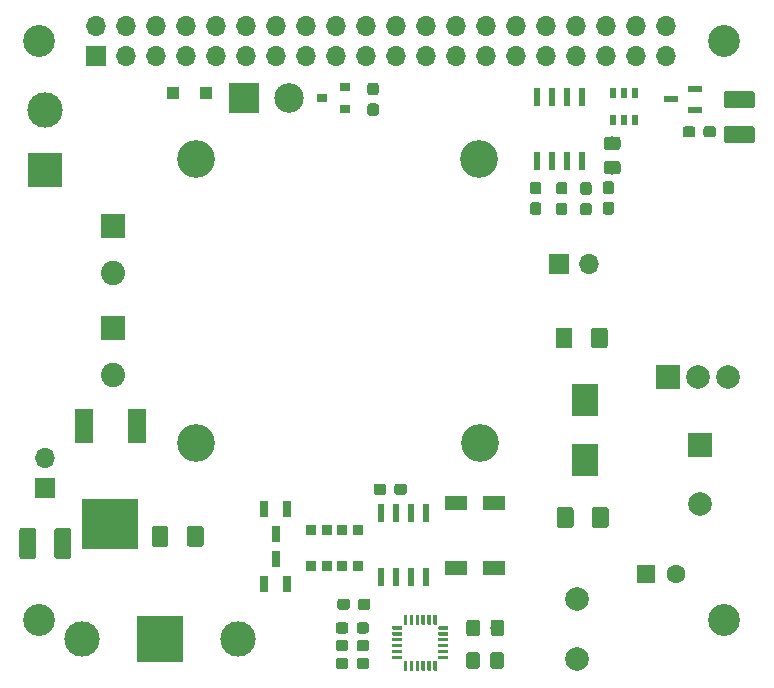
<source format=gts>
G04 #@! TF.GenerationSoftware,KiCad,Pcbnew,(5.1.0)-1*
G04 #@! TF.CreationDate,2020-06-23T20:51:49+01:00*
G04 #@! TF.ProjectId,Universal Interface Board - Copy,556e6976-6572-4736-916c-20496e746572,-*
G04 #@! TF.SameCoordinates,Original*
G04 #@! TF.FileFunction,Soldermask,Top*
G04 #@! TF.FilePolarity,Negative*
%FSLAX46Y46*%
G04 Gerber Fmt 4.6, Leading zero omitted, Abs format (unit mm)*
G04 Created by KiCad (PCBNEW (5.1.0)-1) date 2020-06-23 20:51:49*
%MOMM*%
%LPD*%
G04 APERTURE LIST*
%ADD10C,2.700000*%
%ADD11R,1.700000X1.700000*%
%ADD12O,1.700000X1.700000*%
%ADD13R,1.180000X0.610000*%
%ADD14R,0.600000X1.550000*%
%ADD15R,1.600200X2.997200*%
%ADD16R,4.826000X4.191000*%
%ADD17C,3.000000*%
%ADD18R,4.000000X4.000000*%
%ADD19C,0.150000*%
%ADD20C,0.950000*%
%ADD21R,2.000000X2.000000*%
%ADD22C,2.000000*%
%ADD23C,3.200000*%
%ADD24R,1.600000X1.600000*%
%ADD25C,1.600000*%
%ADD26C,1.425000*%
%ADD27R,1.100000X1.100000*%
%ADD28C,2.050000*%
%ADD29R,2.050000X2.050000*%
%ADD30R,2.200000X2.700000*%
%ADD31R,2.499360X2.499360*%
%ADD32C,2.499360*%
%ADD33R,0.600000X0.900000*%
%ADD34C,1.150000*%
%ADD35R,0.900000X0.800000*%
%ADD36R,0.740000X1.440000*%
%ADD37R,0.900000X0.900000*%
%ADD38R,1.900000X1.300000*%
%ADD39R,3.000000X3.000000*%
%ADD40C,0.300000*%
G04 APERTURE END LIST*
D10*
X169450000Y-69560000D03*
D11*
X116320000Y-70830000D03*
D12*
X116320000Y-68290000D03*
X118860000Y-70830000D03*
X118860000Y-68290000D03*
X121400000Y-70830000D03*
X121400000Y-68290000D03*
X123940000Y-70830000D03*
X123940000Y-68290000D03*
X126480000Y-70830000D03*
X126480000Y-68290000D03*
X129020000Y-70830000D03*
X129020000Y-68290000D03*
X131560000Y-70830000D03*
X131560000Y-68290000D03*
X134100000Y-70830000D03*
X134100000Y-68290000D03*
X136640000Y-70830000D03*
X136640000Y-68290000D03*
X139180000Y-70830000D03*
X139180000Y-68290000D03*
X141720000Y-70830000D03*
X141720000Y-68290000D03*
X144260000Y-70830000D03*
X144260000Y-68290000D03*
X146800000Y-70830000D03*
X146800000Y-68290000D03*
X149340000Y-70830000D03*
X149340000Y-68290000D03*
X151880000Y-70830000D03*
X151880000Y-68290000D03*
X154420000Y-70830000D03*
X154420000Y-68290000D03*
X156960000Y-70830000D03*
X156960000Y-68290000D03*
X159500000Y-70830000D03*
X159500000Y-68290000D03*
X162040000Y-70830000D03*
X162040000Y-68290000D03*
X164580000Y-70830000D03*
X164580000Y-68290000D03*
D13*
X164975000Y-74500000D03*
X167025000Y-73585000D03*
X167025000Y-75415000D03*
D14*
X140395000Y-114900000D03*
X141665000Y-114900000D03*
X142935000Y-114900000D03*
X144205000Y-114900000D03*
X144205000Y-109500000D03*
X142935000Y-109500000D03*
X141665000Y-109500000D03*
X140395000Y-109500000D03*
D15*
X119760600Y-102142400D03*
X115290200Y-102142400D03*
D16*
X117500000Y-110422800D03*
D17*
X115100000Y-120200000D03*
X128300000Y-120200000D03*
D18*
X121700000Y-120200000D03*
D19*
G36*
X166810779Y-76776144D02*
G01*
X166833834Y-76779563D01*
X166856443Y-76785227D01*
X166878387Y-76793079D01*
X166899457Y-76803044D01*
X166919448Y-76815026D01*
X166938168Y-76828910D01*
X166955438Y-76844562D01*
X166971090Y-76861832D01*
X166984974Y-76880552D01*
X166996956Y-76900543D01*
X167006921Y-76921613D01*
X167014773Y-76943557D01*
X167020437Y-76966166D01*
X167023856Y-76989221D01*
X167025000Y-77012500D01*
X167025000Y-77487500D01*
X167023856Y-77510779D01*
X167020437Y-77533834D01*
X167014773Y-77556443D01*
X167006921Y-77578387D01*
X166996956Y-77599457D01*
X166984974Y-77619448D01*
X166971090Y-77638168D01*
X166955438Y-77655438D01*
X166938168Y-77671090D01*
X166919448Y-77684974D01*
X166899457Y-77696956D01*
X166878387Y-77706921D01*
X166856443Y-77714773D01*
X166833834Y-77720437D01*
X166810779Y-77723856D01*
X166787500Y-77725000D01*
X166212500Y-77725000D01*
X166189221Y-77723856D01*
X166166166Y-77720437D01*
X166143557Y-77714773D01*
X166121613Y-77706921D01*
X166100543Y-77696956D01*
X166080552Y-77684974D01*
X166061832Y-77671090D01*
X166044562Y-77655438D01*
X166028910Y-77638168D01*
X166015026Y-77619448D01*
X166003044Y-77599457D01*
X165993079Y-77578387D01*
X165985227Y-77556443D01*
X165979563Y-77533834D01*
X165976144Y-77510779D01*
X165975000Y-77487500D01*
X165975000Y-77012500D01*
X165976144Y-76989221D01*
X165979563Y-76966166D01*
X165985227Y-76943557D01*
X165993079Y-76921613D01*
X166003044Y-76900543D01*
X166015026Y-76880552D01*
X166028910Y-76861832D01*
X166044562Y-76844562D01*
X166061832Y-76828910D01*
X166080552Y-76815026D01*
X166100543Y-76803044D01*
X166121613Y-76793079D01*
X166143557Y-76785227D01*
X166166166Y-76779563D01*
X166189221Y-76776144D01*
X166212500Y-76775000D01*
X166787500Y-76775000D01*
X166810779Y-76776144D01*
X166810779Y-76776144D01*
G37*
D20*
X166500000Y-77250000D03*
D19*
G36*
X168560779Y-76776144D02*
G01*
X168583834Y-76779563D01*
X168606443Y-76785227D01*
X168628387Y-76793079D01*
X168649457Y-76803044D01*
X168669448Y-76815026D01*
X168688168Y-76828910D01*
X168705438Y-76844562D01*
X168721090Y-76861832D01*
X168734974Y-76880552D01*
X168746956Y-76900543D01*
X168756921Y-76921613D01*
X168764773Y-76943557D01*
X168770437Y-76966166D01*
X168773856Y-76989221D01*
X168775000Y-77012500D01*
X168775000Y-77487500D01*
X168773856Y-77510779D01*
X168770437Y-77533834D01*
X168764773Y-77556443D01*
X168756921Y-77578387D01*
X168746956Y-77599457D01*
X168734974Y-77619448D01*
X168721090Y-77638168D01*
X168705438Y-77655438D01*
X168688168Y-77671090D01*
X168669448Y-77684974D01*
X168649457Y-77696956D01*
X168628387Y-77706921D01*
X168606443Y-77714773D01*
X168583834Y-77720437D01*
X168560779Y-77723856D01*
X168537500Y-77725000D01*
X167962500Y-77725000D01*
X167939221Y-77723856D01*
X167916166Y-77720437D01*
X167893557Y-77714773D01*
X167871613Y-77706921D01*
X167850543Y-77696956D01*
X167830552Y-77684974D01*
X167811832Y-77671090D01*
X167794562Y-77655438D01*
X167778910Y-77638168D01*
X167765026Y-77619448D01*
X167753044Y-77599457D01*
X167743079Y-77578387D01*
X167735227Y-77556443D01*
X167729563Y-77533834D01*
X167726144Y-77510779D01*
X167725000Y-77487500D01*
X167725000Y-77012500D01*
X167726144Y-76989221D01*
X167729563Y-76966166D01*
X167735227Y-76943557D01*
X167743079Y-76921613D01*
X167753044Y-76900543D01*
X167765026Y-76880552D01*
X167778910Y-76861832D01*
X167794562Y-76844562D01*
X167811832Y-76828910D01*
X167830552Y-76815026D01*
X167850543Y-76803044D01*
X167871613Y-76793079D01*
X167893557Y-76785227D01*
X167916166Y-76779563D01*
X167939221Y-76776144D01*
X167962500Y-76775000D01*
X168537500Y-76775000D01*
X168560779Y-76776144D01*
X168560779Y-76776144D01*
G37*
D20*
X168250000Y-77250000D03*
D21*
X164700000Y-98000000D03*
D22*
X167240000Y-98000000D03*
X169780000Y-98000000D03*
D10*
X111450000Y-69560000D03*
D23*
X124778000Y-79579000D03*
X148718000Y-79579000D03*
X148780000Y-103581000D03*
X124778000Y-103581000D03*
D10*
X169450000Y-118560000D03*
X111450000Y-118560000D03*
D24*
X162900000Y-114700000D03*
D25*
X165400000Y-114700000D03*
D19*
G36*
X159474504Y-109026204D02*
G01*
X159498773Y-109029804D01*
X159522571Y-109035765D01*
X159545671Y-109044030D01*
X159567849Y-109054520D01*
X159588893Y-109067133D01*
X159608598Y-109081747D01*
X159626777Y-109098223D01*
X159643253Y-109116402D01*
X159657867Y-109136107D01*
X159670480Y-109157151D01*
X159680970Y-109179329D01*
X159689235Y-109202429D01*
X159695196Y-109226227D01*
X159698796Y-109250496D01*
X159700000Y-109275000D01*
X159700000Y-110525000D01*
X159698796Y-110549504D01*
X159695196Y-110573773D01*
X159689235Y-110597571D01*
X159680970Y-110620671D01*
X159670480Y-110642849D01*
X159657867Y-110663893D01*
X159643253Y-110683598D01*
X159626777Y-110701777D01*
X159608598Y-110718253D01*
X159588893Y-110732867D01*
X159567849Y-110745480D01*
X159545671Y-110755970D01*
X159522571Y-110764235D01*
X159498773Y-110770196D01*
X159474504Y-110773796D01*
X159450000Y-110775000D01*
X158525000Y-110775000D01*
X158500496Y-110773796D01*
X158476227Y-110770196D01*
X158452429Y-110764235D01*
X158429329Y-110755970D01*
X158407151Y-110745480D01*
X158386107Y-110732867D01*
X158366402Y-110718253D01*
X158348223Y-110701777D01*
X158331747Y-110683598D01*
X158317133Y-110663893D01*
X158304520Y-110642849D01*
X158294030Y-110620671D01*
X158285765Y-110597571D01*
X158279804Y-110573773D01*
X158276204Y-110549504D01*
X158275000Y-110525000D01*
X158275000Y-109275000D01*
X158276204Y-109250496D01*
X158279804Y-109226227D01*
X158285765Y-109202429D01*
X158294030Y-109179329D01*
X158304520Y-109157151D01*
X158317133Y-109136107D01*
X158331747Y-109116402D01*
X158348223Y-109098223D01*
X158366402Y-109081747D01*
X158386107Y-109067133D01*
X158407151Y-109054520D01*
X158429329Y-109044030D01*
X158452429Y-109035765D01*
X158476227Y-109029804D01*
X158500496Y-109026204D01*
X158525000Y-109025000D01*
X159450000Y-109025000D01*
X159474504Y-109026204D01*
X159474504Y-109026204D01*
G37*
D26*
X158987500Y-109900000D03*
D19*
G36*
X156499504Y-109026204D02*
G01*
X156523773Y-109029804D01*
X156547571Y-109035765D01*
X156570671Y-109044030D01*
X156592849Y-109054520D01*
X156613893Y-109067133D01*
X156633598Y-109081747D01*
X156651777Y-109098223D01*
X156668253Y-109116402D01*
X156682867Y-109136107D01*
X156695480Y-109157151D01*
X156705970Y-109179329D01*
X156714235Y-109202429D01*
X156720196Y-109226227D01*
X156723796Y-109250496D01*
X156725000Y-109275000D01*
X156725000Y-110525000D01*
X156723796Y-110549504D01*
X156720196Y-110573773D01*
X156714235Y-110597571D01*
X156705970Y-110620671D01*
X156695480Y-110642849D01*
X156682867Y-110663893D01*
X156668253Y-110683598D01*
X156651777Y-110701777D01*
X156633598Y-110718253D01*
X156613893Y-110732867D01*
X156592849Y-110745480D01*
X156570671Y-110755970D01*
X156547571Y-110764235D01*
X156523773Y-110770196D01*
X156499504Y-110773796D01*
X156475000Y-110775000D01*
X155550000Y-110775000D01*
X155525496Y-110773796D01*
X155501227Y-110770196D01*
X155477429Y-110764235D01*
X155454329Y-110755970D01*
X155432151Y-110745480D01*
X155411107Y-110732867D01*
X155391402Y-110718253D01*
X155373223Y-110701777D01*
X155356747Y-110683598D01*
X155342133Y-110663893D01*
X155329520Y-110642849D01*
X155319030Y-110620671D01*
X155310765Y-110597571D01*
X155304804Y-110573773D01*
X155301204Y-110549504D01*
X155300000Y-110525000D01*
X155300000Y-109275000D01*
X155301204Y-109250496D01*
X155304804Y-109226227D01*
X155310765Y-109202429D01*
X155319030Y-109179329D01*
X155329520Y-109157151D01*
X155342133Y-109136107D01*
X155356747Y-109116402D01*
X155373223Y-109098223D01*
X155391402Y-109081747D01*
X155411107Y-109067133D01*
X155432151Y-109054520D01*
X155454329Y-109044030D01*
X155477429Y-109035765D01*
X155501227Y-109029804D01*
X155525496Y-109026204D01*
X155550000Y-109025000D01*
X156475000Y-109025000D01*
X156499504Y-109026204D01*
X156499504Y-109026204D01*
G37*
D26*
X156012500Y-109900000D03*
D19*
G36*
X156399504Y-93826204D02*
G01*
X156423773Y-93829804D01*
X156447571Y-93835765D01*
X156470671Y-93844030D01*
X156492849Y-93854520D01*
X156513893Y-93867133D01*
X156533598Y-93881747D01*
X156551777Y-93898223D01*
X156568253Y-93916402D01*
X156582867Y-93936107D01*
X156595480Y-93957151D01*
X156605970Y-93979329D01*
X156614235Y-94002429D01*
X156620196Y-94026227D01*
X156623796Y-94050496D01*
X156625000Y-94075000D01*
X156625000Y-95325000D01*
X156623796Y-95349504D01*
X156620196Y-95373773D01*
X156614235Y-95397571D01*
X156605970Y-95420671D01*
X156595480Y-95442849D01*
X156582867Y-95463893D01*
X156568253Y-95483598D01*
X156551777Y-95501777D01*
X156533598Y-95518253D01*
X156513893Y-95532867D01*
X156492849Y-95545480D01*
X156470671Y-95555970D01*
X156447571Y-95564235D01*
X156423773Y-95570196D01*
X156399504Y-95573796D01*
X156375000Y-95575000D01*
X155450000Y-95575000D01*
X155425496Y-95573796D01*
X155401227Y-95570196D01*
X155377429Y-95564235D01*
X155354329Y-95555970D01*
X155332151Y-95545480D01*
X155311107Y-95532867D01*
X155291402Y-95518253D01*
X155273223Y-95501777D01*
X155256747Y-95483598D01*
X155242133Y-95463893D01*
X155229520Y-95442849D01*
X155219030Y-95420671D01*
X155210765Y-95397571D01*
X155204804Y-95373773D01*
X155201204Y-95349504D01*
X155200000Y-95325000D01*
X155200000Y-94075000D01*
X155201204Y-94050496D01*
X155204804Y-94026227D01*
X155210765Y-94002429D01*
X155219030Y-93979329D01*
X155229520Y-93957151D01*
X155242133Y-93936107D01*
X155256747Y-93916402D01*
X155273223Y-93898223D01*
X155291402Y-93881747D01*
X155311107Y-93867133D01*
X155332151Y-93854520D01*
X155354329Y-93844030D01*
X155377429Y-93835765D01*
X155401227Y-93829804D01*
X155425496Y-93826204D01*
X155450000Y-93825000D01*
X156375000Y-93825000D01*
X156399504Y-93826204D01*
X156399504Y-93826204D01*
G37*
D26*
X155912500Y-94700000D03*
D19*
G36*
X159374504Y-93826204D02*
G01*
X159398773Y-93829804D01*
X159422571Y-93835765D01*
X159445671Y-93844030D01*
X159467849Y-93854520D01*
X159488893Y-93867133D01*
X159508598Y-93881747D01*
X159526777Y-93898223D01*
X159543253Y-93916402D01*
X159557867Y-93936107D01*
X159570480Y-93957151D01*
X159580970Y-93979329D01*
X159589235Y-94002429D01*
X159595196Y-94026227D01*
X159598796Y-94050496D01*
X159600000Y-94075000D01*
X159600000Y-95325000D01*
X159598796Y-95349504D01*
X159595196Y-95373773D01*
X159589235Y-95397571D01*
X159580970Y-95420671D01*
X159570480Y-95442849D01*
X159557867Y-95463893D01*
X159543253Y-95483598D01*
X159526777Y-95501777D01*
X159508598Y-95518253D01*
X159488893Y-95532867D01*
X159467849Y-95545480D01*
X159445671Y-95555970D01*
X159422571Y-95564235D01*
X159398773Y-95570196D01*
X159374504Y-95573796D01*
X159350000Y-95575000D01*
X158425000Y-95575000D01*
X158400496Y-95573796D01*
X158376227Y-95570196D01*
X158352429Y-95564235D01*
X158329329Y-95555970D01*
X158307151Y-95545480D01*
X158286107Y-95532867D01*
X158266402Y-95518253D01*
X158248223Y-95501777D01*
X158231747Y-95483598D01*
X158217133Y-95463893D01*
X158204520Y-95442849D01*
X158194030Y-95420671D01*
X158185765Y-95397571D01*
X158179804Y-95373773D01*
X158176204Y-95349504D01*
X158175000Y-95325000D01*
X158175000Y-94075000D01*
X158176204Y-94050496D01*
X158179804Y-94026227D01*
X158185765Y-94002429D01*
X158194030Y-93979329D01*
X158204520Y-93957151D01*
X158217133Y-93936107D01*
X158231747Y-93916402D01*
X158248223Y-93898223D01*
X158266402Y-93881747D01*
X158286107Y-93867133D01*
X158307151Y-93854520D01*
X158329329Y-93844030D01*
X158352429Y-93835765D01*
X158376227Y-93829804D01*
X158400496Y-93826204D01*
X158425000Y-93825000D01*
X159350000Y-93825000D01*
X159374504Y-93826204D01*
X159374504Y-93826204D01*
G37*
D26*
X158887500Y-94700000D03*
D21*
X167400000Y-103800000D03*
D22*
X167400000Y-108800000D03*
D19*
G36*
X122199504Y-110626204D02*
G01*
X122223773Y-110629804D01*
X122247571Y-110635765D01*
X122270671Y-110644030D01*
X122292849Y-110654520D01*
X122313893Y-110667133D01*
X122333598Y-110681747D01*
X122351777Y-110698223D01*
X122368253Y-110716402D01*
X122382867Y-110736107D01*
X122395480Y-110757151D01*
X122405970Y-110779329D01*
X122414235Y-110802429D01*
X122420196Y-110826227D01*
X122423796Y-110850496D01*
X122425000Y-110875000D01*
X122425000Y-112125000D01*
X122423796Y-112149504D01*
X122420196Y-112173773D01*
X122414235Y-112197571D01*
X122405970Y-112220671D01*
X122395480Y-112242849D01*
X122382867Y-112263893D01*
X122368253Y-112283598D01*
X122351777Y-112301777D01*
X122333598Y-112318253D01*
X122313893Y-112332867D01*
X122292849Y-112345480D01*
X122270671Y-112355970D01*
X122247571Y-112364235D01*
X122223773Y-112370196D01*
X122199504Y-112373796D01*
X122175000Y-112375000D01*
X121250000Y-112375000D01*
X121225496Y-112373796D01*
X121201227Y-112370196D01*
X121177429Y-112364235D01*
X121154329Y-112355970D01*
X121132151Y-112345480D01*
X121111107Y-112332867D01*
X121091402Y-112318253D01*
X121073223Y-112301777D01*
X121056747Y-112283598D01*
X121042133Y-112263893D01*
X121029520Y-112242849D01*
X121019030Y-112220671D01*
X121010765Y-112197571D01*
X121004804Y-112173773D01*
X121001204Y-112149504D01*
X121000000Y-112125000D01*
X121000000Y-110875000D01*
X121001204Y-110850496D01*
X121004804Y-110826227D01*
X121010765Y-110802429D01*
X121019030Y-110779329D01*
X121029520Y-110757151D01*
X121042133Y-110736107D01*
X121056747Y-110716402D01*
X121073223Y-110698223D01*
X121091402Y-110681747D01*
X121111107Y-110667133D01*
X121132151Y-110654520D01*
X121154329Y-110644030D01*
X121177429Y-110635765D01*
X121201227Y-110629804D01*
X121225496Y-110626204D01*
X121250000Y-110625000D01*
X122175000Y-110625000D01*
X122199504Y-110626204D01*
X122199504Y-110626204D01*
G37*
D26*
X121712500Y-111500000D03*
D19*
G36*
X125174504Y-110626204D02*
G01*
X125198773Y-110629804D01*
X125222571Y-110635765D01*
X125245671Y-110644030D01*
X125267849Y-110654520D01*
X125288893Y-110667133D01*
X125308598Y-110681747D01*
X125326777Y-110698223D01*
X125343253Y-110716402D01*
X125357867Y-110736107D01*
X125370480Y-110757151D01*
X125380970Y-110779329D01*
X125389235Y-110802429D01*
X125395196Y-110826227D01*
X125398796Y-110850496D01*
X125400000Y-110875000D01*
X125400000Y-112125000D01*
X125398796Y-112149504D01*
X125395196Y-112173773D01*
X125389235Y-112197571D01*
X125380970Y-112220671D01*
X125370480Y-112242849D01*
X125357867Y-112263893D01*
X125343253Y-112283598D01*
X125326777Y-112301777D01*
X125308598Y-112318253D01*
X125288893Y-112332867D01*
X125267849Y-112345480D01*
X125245671Y-112355970D01*
X125222571Y-112364235D01*
X125198773Y-112370196D01*
X125174504Y-112373796D01*
X125150000Y-112375000D01*
X124225000Y-112375000D01*
X124200496Y-112373796D01*
X124176227Y-112370196D01*
X124152429Y-112364235D01*
X124129329Y-112355970D01*
X124107151Y-112345480D01*
X124086107Y-112332867D01*
X124066402Y-112318253D01*
X124048223Y-112301777D01*
X124031747Y-112283598D01*
X124017133Y-112263893D01*
X124004520Y-112242849D01*
X123994030Y-112220671D01*
X123985765Y-112197571D01*
X123979804Y-112173773D01*
X123976204Y-112149504D01*
X123975000Y-112125000D01*
X123975000Y-110875000D01*
X123976204Y-110850496D01*
X123979804Y-110826227D01*
X123985765Y-110802429D01*
X123994030Y-110779329D01*
X124004520Y-110757151D01*
X124017133Y-110736107D01*
X124031747Y-110716402D01*
X124048223Y-110698223D01*
X124066402Y-110681747D01*
X124086107Y-110667133D01*
X124107151Y-110654520D01*
X124129329Y-110644030D01*
X124152429Y-110635765D01*
X124176227Y-110629804D01*
X124200496Y-110626204D01*
X124225000Y-110625000D01*
X125150000Y-110625000D01*
X125174504Y-110626204D01*
X125174504Y-110626204D01*
G37*
D26*
X124687500Y-111500000D03*
D19*
G36*
X171849504Y-76776204D02*
G01*
X171873773Y-76779804D01*
X171897571Y-76785765D01*
X171920671Y-76794030D01*
X171942849Y-76804520D01*
X171963893Y-76817133D01*
X171983598Y-76831747D01*
X172001777Y-76848223D01*
X172018253Y-76866402D01*
X172032867Y-76886107D01*
X172045480Y-76907151D01*
X172055970Y-76929329D01*
X172064235Y-76952429D01*
X172070196Y-76976227D01*
X172073796Y-77000496D01*
X172075000Y-77025000D01*
X172075000Y-77950000D01*
X172073796Y-77974504D01*
X172070196Y-77998773D01*
X172064235Y-78022571D01*
X172055970Y-78045671D01*
X172045480Y-78067849D01*
X172032867Y-78088893D01*
X172018253Y-78108598D01*
X172001777Y-78126777D01*
X171983598Y-78143253D01*
X171963893Y-78157867D01*
X171942849Y-78170480D01*
X171920671Y-78180970D01*
X171897571Y-78189235D01*
X171873773Y-78195196D01*
X171849504Y-78198796D01*
X171825000Y-78200000D01*
X169675000Y-78200000D01*
X169650496Y-78198796D01*
X169626227Y-78195196D01*
X169602429Y-78189235D01*
X169579329Y-78180970D01*
X169557151Y-78170480D01*
X169536107Y-78157867D01*
X169516402Y-78143253D01*
X169498223Y-78126777D01*
X169481747Y-78108598D01*
X169467133Y-78088893D01*
X169454520Y-78067849D01*
X169444030Y-78045671D01*
X169435765Y-78022571D01*
X169429804Y-77998773D01*
X169426204Y-77974504D01*
X169425000Y-77950000D01*
X169425000Y-77025000D01*
X169426204Y-77000496D01*
X169429804Y-76976227D01*
X169435765Y-76952429D01*
X169444030Y-76929329D01*
X169454520Y-76907151D01*
X169467133Y-76886107D01*
X169481747Y-76866402D01*
X169498223Y-76848223D01*
X169516402Y-76831747D01*
X169536107Y-76817133D01*
X169557151Y-76804520D01*
X169579329Y-76794030D01*
X169602429Y-76785765D01*
X169626227Y-76779804D01*
X169650496Y-76776204D01*
X169675000Y-76775000D01*
X171825000Y-76775000D01*
X171849504Y-76776204D01*
X171849504Y-76776204D01*
G37*
D26*
X170750000Y-77487500D03*
D19*
G36*
X171849504Y-73801204D02*
G01*
X171873773Y-73804804D01*
X171897571Y-73810765D01*
X171920671Y-73819030D01*
X171942849Y-73829520D01*
X171963893Y-73842133D01*
X171983598Y-73856747D01*
X172001777Y-73873223D01*
X172018253Y-73891402D01*
X172032867Y-73911107D01*
X172045480Y-73932151D01*
X172055970Y-73954329D01*
X172064235Y-73977429D01*
X172070196Y-74001227D01*
X172073796Y-74025496D01*
X172075000Y-74050000D01*
X172075000Y-74975000D01*
X172073796Y-74999504D01*
X172070196Y-75023773D01*
X172064235Y-75047571D01*
X172055970Y-75070671D01*
X172045480Y-75092849D01*
X172032867Y-75113893D01*
X172018253Y-75133598D01*
X172001777Y-75151777D01*
X171983598Y-75168253D01*
X171963893Y-75182867D01*
X171942849Y-75195480D01*
X171920671Y-75205970D01*
X171897571Y-75214235D01*
X171873773Y-75220196D01*
X171849504Y-75223796D01*
X171825000Y-75225000D01*
X169675000Y-75225000D01*
X169650496Y-75223796D01*
X169626227Y-75220196D01*
X169602429Y-75214235D01*
X169579329Y-75205970D01*
X169557151Y-75195480D01*
X169536107Y-75182867D01*
X169516402Y-75168253D01*
X169498223Y-75151777D01*
X169481747Y-75133598D01*
X169467133Y-75113893D01*
X169454520Y-75092849D01*
X169444030Y-75070671D01*
X169435765Y-75047571D01*
X169429804Y-75023773D01*
X169426204Y-74999504D01*
X169425000Y-74975000D01*
X169425000Y-74050000D01*
X169426204Y-74025496D01*
X169429804Y-74001227D01*
X169435765Y-73977429D01*
X169444030Y-73954329D01*
X169454520Y-73932151D01*
X169467133Y-73911107D01*
X169481747Y-73891402D01*
X169498223Y-73873223D01*
X169516402Y-73856747D01*
X169536107Y-73842133D01*
X169557151Y-73829520D01*
X169579329Y-73819030D01*
X169602429Y-73810765D01*
X169626227Y-73804804D01*
X169650496Y-73801204D01*
X169675000Y-73800000D01*
X171825000Y-73800000D01*
X171849504Y-73801204D01*
X171849504Y-73801204D01*
G37*
D26*
X170750000Y-74512500D03*
D19*
G36*
X110999504Y-110776204D02*
G01*
X111023773Y-110779804D01*
X111047571Y-110785765D01*
X111070671Y-110794030D01*
X111092849Y-110804520D01*
X111113893Y-110817133D01*
X111133598Y-110831747D01*
X111151777Y-110848223D01*
X111168253Y-110866402D01*
X111182867Y-110886107D01*
X111195480Y-110907151D01*
X111205970Y-110929329D01*
X111214235Y-110952429D01*
X111220196Y-110976227D01*
X111223796Y-111000496D01*
X111225000Y-111025000D01*
X111225000Y-113175000D01*
X111223796Y-113199504D01*
X111220196Y-113223773D01*
X111214235Y-113247571D01*
X111205970Y-113270671D01*
X111195480Y-113292849D01*
X111182867Y-113313893D01*
X111168253Y-113333598D01*
X111151777Y-113351777D01*
X111133598Y-113368253D01*
X111113893Y-113382867D01*
X111092849Y-113395480D01*
X111070671Y-113405970D01*
X111047571Y-113414235D01*
X111023773Y-113420196D01*
X110999504Y-113423796D01*
X110975000Y-113425000D01*
X110050000Y-113425000D01*
X110025496Y-113423796D01*
X110001227Y-113420196D01*
X109977429Y-113414235D01*
X109954329Y-113405970D01*
X109932151Y-113395480D01*
X109911107Y-113382867D01*
X109891402Y-113368253D01*
X109873223Y-113351777D01*
X109856747Y-113333598D01*
X109842133Y-113313893D01*
X109829520Y-113292849D01*
X109819030Y-113270671D01*
X109810765Y-113247571D01*
X109804804Y-113223773D01*
X109801204Y-113199504D01*
X109800000Y-113175000D01*
X109800000Y-111025000D01*
X109801204Y-111000496D01*
X109804804Y-110976227D01*
X109810765Y-110952429D01*
X109819030Y-110929329D01*
X109829520Y-110907151D01*
X109842133Y-110886107D01*
X109856747Y-110866402D01*
X109873223Y-110848223D01*
X109891402Y-110831747D01*
X109911107Y-110817133D01*
X109932151Y-110804520D01*
X109954329Y-110794030D01*
X109977429Y-110785765D01*
X110001227Y-110779804D01*
X110025496Y-110776204D01*
X110050000Y-110775000D01*
X110975000Y-110775000D01*
X110999504Y-110776204D01*
X110999504Y-110776204D01*
G37*
D26*
X110512500Y-112100000D03*
D19*
G36*
X113974504Y-110776204D02*
G01*
X113998773Y-110779804D01*
X114022571Y-110785765D01*
X114045671Y-110794030D01*
X114067849Y-110804520D01*
X114088893Y-110817133D01*
X114108598Y-110831747D01*
X114126777Y-110848223D01*
X114143253Y-110866402D01*
X114157867Y-110886107D01*
X114170480Y-110907151D01*
X114180970Y-110929329D01*
X114189235Y-110952429D01*
X114195196Y-110976227D01*
X114198796Y-111000496D01*
X114200000Y-111025000D01*
X114200000Y-113175000D01*
X114198796Y-113199504D01*
X114195196Y-113223773D01*
X114189235Y-113247571D01*
X114180970Y-113270671D01*
X114170480Y-113292849D01*
X114157867Y-113313893D01*
X114143253Y-113333598D01*
X114126777Y-113351777D01*
X114108598Y-113368253D01*
X114088893Y-113382867D01*
X114067849Y-113395480D01*
X114045671Y-113405970D01*
X114022571Y-113414235D01*
X113998773Y-113420196D01*
X113974504Y-113423796D01*
X113950000Y-113425000D01*
X113025000Y-113425000D01*
X113000496Y-113423796D01*
X112976227Y-113420196D01*
X112952429Y-113414235D01*
X112929329Y-113405970D01*
X112907151Y-113395480D01*
X112886107Y-113382867D01*
X112866402Y-113368253D01*
X112848223Y-113351777D01*
X112831747Y-113333598D01*
X112817133Y-113313893D01*
X112804520Y-113292849D01*
X112794030Y-113270671D01*
X112785765Y-113247571D01*
X112779804Y-113223773D01*
X112776204Y-113199504D01*
X112775000Y-113175000D01*
X112775000Y-111025000D01*
X112776204Y-111000496D01*
X112779804Y-110976227D01*
X112785765Y-110952429D01*
X112794030Y-110929329D01*
X112804520Y-110907151D01*
X112817133Y-110886107D01*
X112831747Y-110866402D01*
X112848223Y-110848223D01*
X112866402Y-110831747D01*
X112886107Y-110817133D01*
X112907151Y-110804520D01*
X112929329Y-110794030D01*
X112952429Y-110785765D01*
X112976227Y-110779804D01*
X113000496Y-110776204D01*
X113025000Y-110775000D01*
X113950000Y-110775000D01*
X113974504Y-110776204D01*
X113974504Y-110776204D01*
G37*
D26*
X113487500Y-112100000D03*
D27*
X125625000Y-73950000D03*
X122825000Y-73950000D03*
D28*
X117700000Y-97860000D03*
D29*
X117700000Y-93900000D03*
D28*
X117700000Y-89160000D03*
D29*
X117700000Y-85200000D03*
D12*
X112000000Y-104860000D03*
D11*
X112000000Y-107400000D03*
D30*
X157700000Y-105050000D03*
X157700000Y-99950000D03*
D31*
X128800000Y-74350000D03*
D32*
X132610000Y-74350000D03*
D33*
X160050000Y-73950000D03*
X161000000Y-73950000D03*
X161950000Y-73950000D03*
X161950000Y-76250000D03*
X161000000Y-76250000D03*
X160050000Y-76250000D03*
D19*
G36*
X140010779Y-74851144D02*
G01*
X140033834Y-74854563D01*
X140056443Y-74860227D01*
X140078387Y-74868079D01*
X140099457Y-74878044D01*
X140119448Y-74890026D01*
X140138168Y-74903910D01*
X140155438Y-74919562D01*
X140171090Y-74936832D01*
X140184974Y-74955552D01*
X140196956Y-74975543D01*
X140206921Y-74996613D01*
X140214773Y-75018557D01*
X140220437Y-75041166D01*
X140223856Y-75064221D01*
X140225000Y-75087500D01*
X140225000Y-75662500D01*
X140223856Y-75685779D01*
X140220437Y-75708834D01*
X140214773Y-75731443D01*
X140206921Y-75753387D01*
X140196956Y-75774457D01*
X140184974Y-75794448D01*
X140171090Y-75813168D01*
X140155438Y-75830438D01*
X140138168Y-75846090D01*
X140119448Y-75859974D01*
X140099457Y-75871956D01*
X140078387Y-75881921D01*
X140056443Y-75889773D01*
X140033834Y-75895437D01*
X140010779Y-75898856D01*
X139987500Y-75900000D01*
X139512500Y-75900000D01*
X139489221Y-75898856D01*
X139466166Y-75895437D01*
X139443557Y-75889773D01*
X139421613Y-75881921D01*
X139400543Y-75871956D01*
X139380552Y-75859974D01*
X139361832Y-75846090D01*
X139344562Y-75830438D01*
X139328910Y-75813168D01*
X139315026Y-75794448D01*
X139303044Y-75774457D01*
X139293079Y-75753387D01*
X139285227Y-75731443D01*
X139279563Y-75708834D01*
X139276144Y-75685779D01*
X139275000Y-75662500D01*
X139275000Y-75087500D01*
X139276144Y-75064221D01*
X139279563Y-75041166D01*
X139285227Y-75018557D01*
X139293079Y-74996613D01*
X139303044Y-74975543D01*
X139315026Y-74955552D01*
X139328910Y-74936832D01*
X139344562Y-74919562D01*
X139361832Y-74903910D01*
X139380552Y-74890026D01*
X139400543Y-74878044D01*
X139421613Y-74868079D01*
X139443557Y-74860227D01*
X139466166Y-74854563D01*
X139489221Y-74851144D01*
X139512500Y-74850000D01*
X139987500Y-74850000D01*
X140010779Y-74851144D01*
X140010779Y-74851144D01*
G37*
D20*
X139750000Y-75375000D03*
D19*
G36*
X140010779Y-73101144D02*
G01*
X140033834Y-73104563D01*
X140056443Y-73110227D01*
X140078387Y-73118079D01*
X140099457Y-73128044D01*
X140119448Y-73140026D01*
X140138168Y-73153910D01*
X140155438Y-73169562D01*
X140171090Y-73186832D01*
X140184974Y-73205552D01*
X140196956Y-73225543D01*
X140206921Y-73246613D01*
X140214773Y-73268557D01*
X140220437Y-73291166D01*
X140223856Y-73314221D01*
X140225000Y-73337500D01*
X140225000Y-73912500D01*
X140223856Y-73935779D01*
X140220437Y-73958834D01*
X140214773Y-73981443D01*
X140206921Y-74003387D01*
X140196956Y-74024457D01*
X140184974Y-74044448D01*
X140171090Y-74063168D01*
X140155438Y-74080438D01*
X140138168Y-74096090D01*
X140119448Y-74109974D01*
X140099457Y-74121956D01*
X140078387Y-74131921D01*
X140056443Y-74139773D01*
X140033834Y-74145437D01*
X140010779Y-74148856D01*
X139987500Y-74150000D01*
X139512500Y-74150000D01*
X139489221Y-74148856D01*
X139466166Y-74145437D01*
X139443557Y-74139773D01*
X139421613Y-74131921D01*
X139400543Y-74121956D01*
X139380552Y-74109974D01*
X139361832Y-74096090D01*
X139344562Y-74080438D01*
X139328910Y-74063168D01*
X139315026Y-74044448D01*
X139303044Y-74024457D01*
X139293079Y-74003387D01*
X139285227Y-73981443D01*
X139279563Y-73958834D01*
X139276144Y-73935779D01*
X139275000Y-73912500D01*
X139275000Y-73337500D01*
X139276144Y-73314221D01*
X139279563Y-73291166D01*
X139285227Y-73268557D01*
X139293079Y-73246613D01*
X139303044Y-73225543D01*
X139315026Y-73205552D01*
X139328910Y-73186832D01*
X139344562Y-73169562D01*
X139361832Y-73153910D01*
X139380552Y-73140026D01*
X139400543Y-73128044D01*
X139421613Y-73118079D01*
X139443557Y-73110227D01*
X139466166Y-73104563D01*
X139489221Y-73101144D01*
X139512500Y-73100000D01*
X139987500Y-73100000D01*
X140010779Y-73101144D01*
X140010779Y-73101144D01*
G37*
D20*
X139750000Y-73625000D03*
D19*
G36*
X153785779Y-83226144D02*
G01*
X153808834Y-83229563D01*
X153831443Y-83235227D01*
X153853387Y-83243079D01*
X153874457Y-83253044D01*
X153894448Y-83265026D01*
X153913168Y-83278910D01*
X153930438Y-83294562D01*
X153946090Y-83311832D01*
X153959974Y-83330552D01*
X153971956Y-83350543D01*
X153981921Y-83371613D01*
X153989773Y-83393557D01*
X153995437Y-83416166D01*
X153998856Y-83439221D01*
X154000000Y-83462500D01*
X154000000Y-84037500D01*
X153998856Y-84060779D01*
X153995437Y-84083834D01*
X153989773Y-84106443D01*
X153981921Y-84128387D01*
X153971956Y-84149457D01*
X153959974Y-84169448D01*
X153946090Y-84188168D01*
X153930438Y-84205438D01*
X153913168Y-84221090D01*
X153894448Y-84234974D01*
X153874457Y-84246956D01*
X153853387Y-84256921D01*
X153831443Y-84264773D01*
X153808834Y-84270437D01*
X153785779Y-84273856D01*
X153762500Y-84275000D01*
X153287500Y-84275000D01*
X153264221Y-84273856D01*
X153241166Y-84270437D01*
X153218557Y-84264773D01*
X153196613Y-84256921D01*
X153175543Y-84246956D01*
X153155552Y-84234974D01*
X153136832Y-84221090D01*
X153119562Y-84205438D01*
X153103910Y-84188168D01*
X153090026Y-84169448D01*
X153078044Y-84149457D01*
X153068079Y-84128387D01*
X153060227Y-84106443D01*
X153054563Y-84083834D01*
X153051144Y-84060779D01*
X153050000Y-84037500D01*
X153050000Y-83462500D01*
X153051144Y-83439221D01*
X153054563Y-83416166D01*
X153060227Y-83393557D01*
X153068079Y-83371613D01*
X153078044Y-83350543D01*
X153090026Y-83330552D01*
X153103910Y-83311832D01*
X153119562Y-83294562D01*
X153136832Y-83278910D01*
X153155552Y-83265026D01*
X153175543Y-83253044D01*
X153196613Y-83243079D01*
X153218557Y-83235227D01*
X153241166Y-83229563D01*
X153264221Y-83226144D01*
X153287500Y-83225000D01*
X153762500Y-83225000D01*
X153785779Y-83226144D01*
X153785779Y-83226144D01*
G37*
D20*
X153525000Y-83750000D03*
D19*
G36*
X153785779Y-81476144D02*
G01*
X153808834Y-81479563D01*
X153831443Y-81485227D01*
X153853387Y-81493079D01*
X153874457Y-81503044D01*
X153894448Y-81515026D01*
X153913168Y-81528910D01*
X153930438Y-81544562D01*
X153946090Y-81561832D01*
X153959974Y-81580552D01*
X153971956Y-81600543D01*
X153981921Y-81621613D01*
X153989773Y-81643557D01*
X153995437Y-81666166D01*
X153998856Y-81689221D01*
X154000000Y-81712500D01*
X154000000Y-82287500D01*
X153998856Y-82310779D01*
X153995437Y-82333834D01*
X153989773Y-82356443D01*
X153981921Y-82378387D01*
X153971956Y-82399457D01*
X153959974Y-82419448D01*
X153946090Y-82438168D01*
X153930438Y-82455438D01*
X153913168Y-82471090D01*
X153894448Y-82484974D01*
X153874457Y-82496956D01*
X153853387Y-82506921D01*
X153831443Y-82514773D01*
X153808834Y-82520437D01*
X153785779Y-82523856D01*
X153762500Y-82525000D01*
X153287500Y-82525000D01*
X153264221Y-82523856D01*
X153241166Y-82520437D01*
X153218557Y-82514773D01*
X153196613Y-82506921D01*
X153175543Y-82496956D01*
X153155552Y-82484974D01*
X153136832Y-82471090D01*
X153119562Y-82455438D01*
X153103910Y-82438168D01*
X153090026Y-82419448D01*
X153078044Y-82399457D01*
X153068079Y-82378387D01*
X153060227Y-82356443D01*
X153054563Y-82333834D01*
X153051144Y-82310779D01*
X153050000Y-82287500D01*
X153050000Y-81712500D01*
X153051144Y-81689221D01*
X153054563Y-81666166D01*
X153060227Y-81643557D01*
X153068079Y-81621613D01*
X153078044Y-81600543D01*
X153090026Y-81580552D01*
X153103910Y-81561832D01*
X153119562Y-81544562D01*
X153136832Y-81528910D01*
X153155552Y-81515026D01*
X153175543Y-81503044D01*
X153196613Y-81493079D01*
X153218557Y-81485227D01*
X153241166Y-81479563D01*
X153264221Y-81476144D01*
X153287500Y-81475000D01*
X153762500Y-81475000D01*
X153785779Y-81476144D01*
X153785779Y-81476144D01*
G37*
D20*
X153525000Y-82000000D03*
D19*
G36*
X155985779Y-81501144D02*
G01*
X156008834Y-81504563D01*
X156031443Y-81510227D01*
X156053387Y-81518079D01*
X156074457Y-81528044D01*
X156094448Y-81540026D01*
X156113168Y-81553910D01*
X156130438Y-81569562D01*
X156146090Y-81586832D01*
X156159974Y-81605552D01*
X156171956Y-81625543D01*
X156181921Y-81646613D01*
X156189773Y-81668557D01*
X156195437Y-81691166D01*
X156198856Y-81714221D01*
X156200000Y-81737500D01*
X156200000Y-82312500D01*
X156198856Y-82335779D01*
X156195437Y-82358834D01*
X156189773Y-82381443D01*
X156181921Y-82403387D01*
X156171956Y-82424457D01*
X156159974Y-82444448D01*
X156146090Y-82463168D01*
X156130438Y-82480438D01*
X156113168Y-82496090D01*
X156094448Y-82509974D01*
X156074457Y-82521956D01*
X156053387Y-82531921D01*
X156031443Y-82539773D01*
X156008834Y-82545437D01*
X155985779Y-82548856D01*
X155962500Y-82550000D01*
X155487500Y-82550000D01*
X155464221Y-82548856D01*
X155441166Y-82545437D01*
X155418557Y-82539773D01*
X155396613Y-82531921D01*
X155375543Y-82521956D01*
X155355552Y-82509974D01*
X155336832Y-82496090D01*
X155319562Y-82480438D01*
X155303910Y-82463168D01*
X155290026Y-82444448D01*
X155278044Y-82424457D01*
X155268079Y-82403387D01*
X155260227Y-82381443D01*
X155254563Y-82358834D01*
X155251144Y-82335779D01*
X155250000Y-82312500D01*
X155250000Y-81737500D01*
X155251144Y-81714221D01*
X155254563Y-81691166D01*
X155260227Y-81668557D01*
X155268079Y-81646613D01*
X155278044Y-81625543D01*
X155290026Y-81605552D01*
X155303910Y-81586832D01*
X155319562Y-81569562D01*
X155336832Y-81553910D01*
X155355552Y-81540026D01*
X155375543Y-81528044D01*
X155396613Y-81518079D01*
X155418557Y-81510227D01*
X155441166Y-81504563D01*
X155464221Y-81501144D01*
X155487500Y-81500000D01*
X155962500Y-81500000D01*
X155985779Y-81501144D01*
X155985779Y-81501144D01*
G37*
D20*
X155725000Y-82025000D03*
D19*
G36*
X155985779Y-83251144D02*
G01*
X156008834Y-83254563D01*
X156031443Y-83260227D01*
X156053387Y-83268079D01*
X156074457Y-83278044D01*
X156094448Y-83290026D01*
X156113168Y-83303910D01*
X156130438Y-83319562D01*
X156146090Y-83336832D01*
X156159974Y-83355552D01*
X156171956Y-83375543D01*
X156181921Y-83396613D01*
X156189773Y-83418557D01*
X156195437Y-83441166D01*
X156198856Y-83464221D01*
X156200000Y-83487500D01*
X156200000Y-84062500D01*
X156198856Y-84085779D01*
X156195437Y-84108834D01*
X156189773Y-84131443D01*
X156181921Y-84153387D01*
X156171956Y-84174457D01*
X156159974Y-84194448D01*
X156146090Y-84213168D01*
X156130438Y-84230438D01*
X156113168Y-84246090D01*
X156094448Y-84259974D01*
X156074457Y-84271956D01*
X156053387Y-84281921D01*
X156031443Y-84289773D01*
X156008834Y-84295437D01*
X155985779Y-84298856D01*
X155962500Y-84300000D01*
X155487500Y-84300000D01*
X155464221Y-84298856D01*
X155441166Y-84295437D01*
X155418557Y-84289773D01*
X155396613Y-84281921D01*
X155375543Y-84271956D01*
X155355552Y-84259974D01*
X155336832Y-84246090D01*
X155319562Y-84230438D01*
X155303910Y-84213168D01*
X155290026Y-84194448D01*
X155278044Y-84174457D01*
X155268079Y-84153387D01*
X155260227Y-84131443D01*
X155254563Y-84108834D01*
X155251144Y-84085779D01*
X155250000Y-84062500D01*
X155250000Y-83487500D01*
X155251144Y-83464221D01*
X155254563Y-83441166D01*
X155260227Y-83418557D01*
X155268079Y-83396613D01*
X155278044Y-83375543D01*
X155290026Y-83355552D01*
X155303910Y-83336832D01*
X155319562Y-83319562D01*
X155336832Y-83303910D01*
X155355552Y-83290026D01*
X155375543Y-83278044D01*
X155396613Y-83268079D01*
X155418557Y-83260227D01*
X155441166Y-83254563D01*
X155464221Y-83251144D01*
X155487500Y-83250000D01*
X155962500Y-83250000D01*
X155985779Y-83251144D01*
X155985779Y-83251144D01*
G37*
D20*
X155725000Y-83775000D03*
D19*
G36*
X158035779Y-83276144D02*
G01*
X158058834Y-83279563D01*
X158081443Y-83285227D01*
X158103387Y-83293079D01*
X158124457Y-83303044D01*
X158144448Y-83315026D01*
X158163168Y-83328910D01*
X158180438Y-83344562D01*
X158196090Y-83361832D01*
X158209974Y-83380552D01*
X158221956Y-83400543D01*
X158231921Y-83421613D01*
X158239773Y-83443557D01*
X158245437Y-83466166D01*
X158248856Y-83489221D01*
X158250000Y-83512500D01*
X158250000Y-84087500D01*
X158248856Y-84110779D01*
X158245437Y-84133834D01*
X158239773Y-84156443D01*
X158231921Y-84178387D01*
X158221956Y-84199457D01*
X158209974Y-84219448D01*
X158196090Y-84238168D01*
X158180438Y-84255438D01*
X158163168Y-84271090D01*
X158144448Y-84284974D01*
X158124457Y-84296956D01*
X158103387Y-84306921D01*
X158081443Y-84314773D01*
X158058834Y-84320437D01*
X158035779Y-84323856D01*
X158012500Y-84325000D01*
X157537500Y-84325000D01*
X157514221Y-84323856D01*
X157491166Y-84320437D01*
X157468557Y-84314773D01*
X157446613Y-84306921D01*
X157425543Y-84296956D01*
X157405552Y-84284974D01*
X157386832Y-84271090D01*
X157369562Y-84255438D01*
X157353910Y-84238168D01*
X157340026Y-84219448D01*
X157328044Y-84199457D01*
X157318079Y-84178387D01*
X157310227Y-84156443D01*
X157304563Y-84133834D01*
X157301144Y-84110779D01*
X157300000Y-84087500D01*
X157300000Y-83512500D01*
X157301144Y-83489221D01*
X157304563Y-83466166D01*
X157310227Y-83443557D01*
X157318079Y-83421613D01*
X157328044Y-83400543D01*
X157340026Y-83380552D01*
X157353910Y-83361832D01*
X157369562Y-83344562D01*
X157386832Y-83328910D01*
X157405552Y-83315026D01*
X157425543Y-83303044D01*
X157446613Y-83293079D01*
X157468557Y-83285227D01*
X157491166Y-83279563D01*
X157514221Y-83276144D01*
X157537500Y-83275000D01*
X158012500Y-83275000D01*
X158035779Y-83276144D01*
X158035779Y-83276144D01*
G37*
D20*
X157775000Y-83800000D03*
D19*
G36*
X158035779Y-81526144D02*
G01*
X158058834Y-81529563D01*
X158081443Y-81535227D01*
X158103387Y-81543079D01*
X158124457Y-81553044D01*
X158144448Y-81565026D01*
X158163168Y-81578910D01*
X158180438Y-81594562D01*
X158196090Y-81611832D01*
X158209974Y-81630552D01*
X158221956Y-81650543D01*
X158231921Y-81671613D01*
X158239773Y-81693557D01*
X158245437Y-81716166D01*
X158248856Y-81739221D01*
X158250000Y-81762500D01*
X158250000Y-82337500D01*
X158248856Y-82360779D01*
X158245437Y-82383834D01*
X158239773Y-82406443D01*
X158231921Y-82428387D01*
X158221956Y-82449457D01*
X158209974Y-82469448D01*
X158196090Y-82488168D01*
X158180438Y-82505438D01*
X158163168Y-82521090D01*
X158144448Y-82534974D01*
X158124457Y-82546956D01*
X158103387Y-82556921D01*
X158081443Y-82564773D01*
X158058834Y-82570437D01*
X158035779Y-82573856D01*
X158012500Y-82575000D01*
X157537500Y-82575000D01*
X157514221Y-82573856D01*
X157491166Y-82570437D01*
X157468557Y-82564773D01*
X157446613Y-82556921D01*
X157425543Y-82546956D01*
X157405552Y-82534974D01*
X157386832Y-82521090D01*
X157369562Y-82505438D01*
X157353910Y-82488168D01*
X157340026Y-82469448D01*
X157328044Y-82449457D01*
X157318079Y-82428387D01*
X157310227Y-82406443D01*
X157304563Y-82383834D01*
X157301144Y-82360779D01*
X157300000Y-82337500D01*
X157300000Y-81762500D01*
X157301144Y-81739221D01*
X157304563Y-81716166D01*
X157310227Y-81693557D01*
X157318079Y-81671613D01*
X157328044Y-81650543D01*
X157340026Y-81630552D01*
X157353910Y-81611832D01*
X157369562Y-81594562D01*
X157386832Y-81578910D01*
X157405552Y-81565026D01*
X157425543Y-81553044D01*
X157446613Y-81543079D01*
X157468557Y-81535227D01*
X157491166Y-81529563D01*
X157514221Y-81526144D01*
X157537500Y-81525000D01*
X158012500Y-81525000D01*
X158035779Y-81526144D01*
X158035779Y-81526144D01*
G37*
D20*
X157775000Y-82050000D03*
D19*
G36*
X160474505Y-79701204D02*
G01*
X160498773Y-79704804D01*
X160522572Y-79710765D01*
X160545671Y-79719030D01*
X160567850Y-79729520D01*
X160588893Y-79742132D01*
X160608599Y-79756747D01*
X160626777Y-79773223D01*
X160643253Y-79791401D01*
X160657868Y-79811107D01*
X160670480Y-79832150D01*
X160680970Y-79854329D01*
X160689235Y-79877428D01*
X160695196Y-79901227D01*
X160698796Y-79925495D01*
X160700000Y-79949999D01*
X160700000Y-80600001D01*
X160698796Y-80624505D01*
X160695196Y-80648773D01*
X160689235Y-80672572D01*
X160680970Y-80695671D01*
X160670480Y-80717850D01*
X160657868Y-80738893D01*
X160643253Y-80758599D01*
X160626777Y-80776777D01*
X160608599Y-80793253D01*
X160588893Y-80807868D01*
X160567850Y-80820480D01*
X160545671Y-80830970D01*
X160522572Y-80839235D01*
X160498773Y-80845196D01*
X160474505Y-80848796D01*
X160450001Y-80850000D01*
X159549999Y-80850000D01*
X159525495Y-80848796D01*
X159501227Y-80845196D01*
X159477428Y-80839235D01*
X159454329Y-80830970D01*
X159432150Y-80820480D01*
X159411107Y-80807868D01*
X159391401Y-80793253D01*
X159373223Y-80776777D01*
X159356747Y-80758599D01*
X159342132Y-80738893D01*
X159329520Y-80717850D01*
X159319030Y-80695671D01*
X159310765Y-80672572D01*
X159304804Y-80648773D01*
X159301204Y-80624505D01*
X159300000Y-80600001D01*
X159300000Y-79949999D01*
X159301204Y-79925495D01*
X159304804Y-79901227D01*
X159310765Y-79877428D01*
X159319030Y-79854329D01*
X159329520Y-79832150D01*
X159342132Y-79811107D01*
X159356747Y-79791401D01*
X159373223Y-79773223D01*
X159391401Y-79756747D01*
X159411107Y-79742132D01*
X159432150Y-79729520D01*
X159454329Y-79719030D01*
X159477428Y-79710765D01*
X159501227Y-79704804D01*
X159525495Y-79701204D01*
X159549999Y-79700000D01*
X160450001Y-79700000D01*
X160474505Y-79701204D01*
X160474505Y-79701204D01*
G37*
D34*
X160000000Y-80275000D03*
D19*
G36*
X160474505Y-77651204D02*
G01*
X160498773Y-77654804D01*
X160522572Y-77660765D01*
X160545671Y-77669030D01*
X160567850Y-77679520D01*
X160588893Y-77692132D01*
X160608599Y-77706747D01*
X160626777Y-77723223D01*
X160643253Y-77741401D01*
X160657868Y-77761107D01*
X160670480Y-77782150D01*
X160680970Y-77804329D01*
X160689235Y-77827428D01*
X160695196Y-77851227D01*
X160698796Y-77875495D01*
X160700000Y-77899999D01*
X160700000Y-78550001D01*
X160698796Y-78574505D01*
X160695196Y-78598773D01*
X160689235Y-78622572D01*
X160680970Y-78645671D01*
X160670480Y-78667850D01*
X160657868Y-78688893D01*
X160643253Y-78708599D01*
X160626777Y-78726777D01*
X160608599Y-78743253D01*
X160588893Y-78757868D01*
X160567850Y-78770480D01*
X160545671Y-78780970D01*
X160522572Y-78789235D01*
X160498773Y-78795196D01*
X160474505Y-78798796D01*
X160450001Y-78800000D01*
X159549999Y-78800000D01*
X159525495Y-78798796D01*
X159501227Y-78795196D01*
X159477428Y-78789235D01*
X159454329Y-78780970D01*
X159432150Y-78770480D01*
X159411107Y-78757868D01*
X159391401Y-78743253D01*
X159373223Y-78726777D01*
X159356747Y-78708599D01*
X159342132Y-78688893D01*
X159329520Y-78667850D01*
X159319030Y-78645671D01*
X159310765Y-78622572D01*
X159304804Y-78598773D01*
X159301204Y-78574505D01*
X159300000Y-78550001D01*
X159300000Y-77899999D01*
X159301204Y-77875495D01*
X159304804Y-77851227D01*
X159310765Y-77827428D01*
X159319030Y-77804329D01*
X159329520Y-77782150D01*
X159342132Y-77761107D01*
X159356747Y-77741401D01*
X159373223Y-77723223D01*
X159391401Y-77706747D01*
X159411107Y-77692132D01*
X159432150Y-77679520D01*
X159454329Y-77669030D01*
X159477428Y-77660765D01*
X159501227Y-77654804D01*
X159525495Y-77651204D01*
X159549999Y-77650000D01*
X160450001Y-77650000D01*
X160474505Y-77651204D01*
X160474505Y-77651204D01*
G37*
D34*
X160000000Y-78225000D03*
D35*
X137400000Y-75350000D03*
X137400000Y-73450000D03*
X135400000Y-74400000D03*
D19*
G36*
X159935779Y-81451144D02*
G01*
X159958834Y-81454563D01*
X159981443Y-81460227D01*
X160003387Y-81468079D01*
X160024457Y-81478044D01*
X160044448Y-81490026D01*
X160063168Y-81503910D01*
X160080438Y-81519562D01*
X160096090Y-81536832D01*
X160109974Y-81555552D01*
X160121956Y-81575543D01*
X160131921Y-81596613D01*
X160139773Y-81618557D01*
X160145437Y-81641166D01*
X160148856Y-81664221D01*
X160150000Y-81687500D01*
X160150000Y-82262500D01*
X160148856Y-82285779D01*
X160145437Y-82308834D01*
X160139773Y-82331443D01*
X160131921Y-82353387D01*
X160121956Y-82374457D01*
X160109974Y-82394448D01*
X160096090Y-82413168D01*
X160080438Y-82430438D01*
X160063168Y-82446090D01*
X160044448Y-82459974D01*
X160024457Y-82471956D01*
X160003387Y-82481921D01*
X159981443Y-82489773D01*
X159958834Y-82495437D01*
X159935779Y-82498856D01*
X159912500Y-82500000D01*
X159437500Y-82500000D01*
X159414221Y-82498856D01*
X159391166Y-82495437D01*
X159368557Y-82489773D01*
X159346613Y-82481921D01*
X159325543Y-82471956D01*
X159305552Y-82459974D01*
X159286832Y-82446090D01*
X159269562Y-82430438D01*
X159253910Y-82413168D01*
X159240026Y-82394448D01*
X159228044Y-82374457D01*
X159218079Y-82353387D01*
X159210227Y-82331443D01*
X159204563Y-82308834D01*
X159201144Y-82285779D01*
X159200000Y-82262500D01*
X159200000Y-81687500D01*
X159201144Y-81664221D01*
X159204563Y-81641166D01*
X159210227Y-81618557D01*
X159218079Y-81596613D01*
X159228044Y-81575543D01*
X159240026Y-81555552D01*
X159253910Y-81536832D01*
X159269562Y-81519562D01*
X159286832Y-81503910D01*
X159305552Y-81490026D01*
X159325543Y-81478044D01*
X159346613Y-81468079D01*
X159368557Y-81460227D01*
X159391166Y-81454563D01*
X159414221Y-81451144D01*
X159437500Y-81450000D01*
X159912500Y-81450000D01*
X159935779Y-81451144D01*
X159935779Y-81451144D01*
G37*
D20*
X159675000Y-81975000D03*
D19*
G36*
X159935779Y-83201144D02*
G01*
X159958834Y-83204563D01*
X159981443Y-83210227D01*
X160003387Y-83218079D01*
X160024457Y-83228044D01*
X160044448Y-83240026D01*
X160063168Y-83253910D01*
X160080438Y-83269562D01*
X160096090Y-83286832D01*
X160109974Y-83305552D01*
X160121956Y-83325543D01*
X160131921Y-83346613D01*
X160139773Y-83368557D01*
X160145437Y-83391166D01*
X160148856Y-83414221D01*
X160150000Y-83437500D01*
X160150000Y-84012500D01*
X160148856Y-84035779D01*
X160145437Y-84058834D01*
X160139773Y-84081443D01*
X160131921Y-84103387D01*
X160121956Y-84124457D01*
X160109974Y-84144448D01*
X160096090Y-84163168D01*
X160080438Y-84180438D01*
X160063168Y-84196090D01*
X160044448Y-84209974D01*
X160024457Y-84221956D01*
X160003387Y-84231921D01*
X159981443Y-84239773D01*
X159958834Y-84245437D01*
X159935779Y-84248856D01*
X159912500Y-84250000D01*
X159437500Y-84250000D01*
X159414221Y-84248856D01*
X159391166Y-84245437D01*
X159368557Y-84239773D01*
X159346613Y-84231921D01*
X159325543Y-84221956D01*
X159305552Y-84209974D01*
X159286832Y-84196090D01*
X159269562Y-84180438D01*
X159253910Y-84163168D01*
X159240026Y-84144448D01*
X159228044Y-84124457D01*
X159218079Y-84103387D01*
X159210227Y-84081443D01*
X159204563Y-84058834D01*
X159201144Y-84035779D01*
X159200000Y-84012500D01*
X159200000Y-83437500D01*
X159201144Y-83414221D01*
X159204563Y-83391166D01*
X159210227Y-83368557D01*
X159218079Y-83346613D01*
X159228044Y-83325543D01*
X159240026Y-83305552D01*
X159253910Y-83286832D01*
X159269562Y-83269562D01*
X159286832Y-83253910D01*
X159305552Y-83240026D01*
X159325543Y-83228044D01*
X159346613Y-83218079D01*
X159368557Y-83210227D01*
X159391166Y-83204563D01*
X159414221Y-83201144D01*
X159437500Y-83200000D01*
X159912500Y-83200000D01*
X159935779Y-83201144D01*
X159935779Y-83201144D01*
G37*
D20*
X159675000Y-83725000D03*
D14*
X157405000Y-74300000D03*
X156135000Y-74300000D03*
X154865000Y-74300000D03*
X153595000Y-74300000D03*
X153595000Y-79700000D03*
X154865000Y-79700000D03*
X156135000Y-79700000D03*
X157405000Y-79700000D03*
D11*
X155475000Y-88475000D03*
D12*
X158015000Y-88475000D03*
D19*
G36*
X140635779Y-107026144D02*
G01*
X140658834Y-107029563D01*
X140681443Y-107035227D01*
X140703387Y-107043079D01*
X140724457Y-107053044D01*
X140744448Y-107065026D01*
X140763168Y-107078910D01*
X140780438Y-107094562D01*
X140796090Y-107111832D01*
X140809974Y-107130552D01*
X140821956Y-107150543D01*
X140831921Y-107171613D01*
X140839773Y-107193557D01*
X140845437Y-107216166D01*
X140848856Y-107239221D01*
X140850000Y-107262500D01*
X140850000Y-107737500D01*
X140848856Y-107760779D01*
X140845437Y-107783834D01*
X140839773Y-107806443D01*
X140831921Y-107828387D01*
X140821956Y-107849457D01*
X140809974Y-107869448D01*
X140796090Y-107888168D01*
X140780438Y-107905438D01*
X140763168Y-107921090D01*
X140744448Y-107934974D01*
X140724457Y-107946956D01*
X140703387Y-107956921D01*
X140681443Y-107964773D01*
X140658834Y-107970437D01*
X140635779Y-107973856D01*
X140612500Y-107975000D01*
X140037500Y-107975000D01*
X140014221Y-107973856D01*
X139991166Y-107970437D01*
X139968557Y-107964773D01*
X139946613Y-107956921D01*
X139925543Y-107946956D01*
X139905552Y-107934974D01*
X139886832Y-107921090D01*
X139869562Y-107905438D01*
X139853910Y-107888168D01*
X139840026Y-107869448D01*
X139828044Y-107849457D01*
X139818079Y-107828387D01*
X139810227Y-107806443D01*
X139804563Y-107783834D01*
X139801144Y-107760779D01*
X139800000Y-107737500D01*
X139800000Y-107262500D01*
X139801144Y-107239221D01*
X139804563Y-107216166D01*
X139810227Y-107193557D01*
X139818079Y-107171613D01*
X139828044Y-107150543D01*
X139840026Y-107130552D01*
X139853910Y-107111832D01*
X139869562Y-107094562D01*
X139886832Y-107078910D01*
X139905552Y-107065026D01*
X139925543Y-107053044D01*
X139946613Y-107043079D01*
X139968557Y-107035227D01*
X139991166Y-107029563D01*
X140014221Y-107026144D01*
X140037500Y-107025000D01*
X140612500Y-107025000D01*
X140635779Y-107026144D01*
X140635779Y-107026144D01*
G37*
D20*
X140325000Y-107500000D03*
D19*
G36*
X142385779Y-107026144D02*
G01*
X142408834Y-107029563D01*
X142431443Y-107035227D01*
X142453387Y-107043079D01*
X142474457Y-107053044D01*
X142494448Y-107065026D01*
X142513168Y-107078910D01*
X142530438Y-107094562D01*
X142546090Y-107111832D01*
X142559974Y-107130552D01*
X142571956Y-107150543D01*
X142581921Y-107171613D01*
X142589773Y-107193557D01*
X142595437Y-107216166D01*
X142598856Y-107239221D01*
X142600000Y-107262500D01*
X142600000Y-107737500D01*
X142598856Y-107760779D01*
X142595437Y-107783834D01*
X142589773Y-107806443D01*
X142581921Y-107828387D01*
X142571956Y-107849457D01*
X142559974Y-107869448D01*
X142546090Y-107888168D01*
X142530438Y-107905438D01*
X142513168Y-107921090D01*
X142494448Y-107934974D01*
X142474457Y-107946956D01*
X142453387Y-107956921D01*
X142431443Y-107964773D01*
X142408834Y-107970437D01*
X142385779Y-107973856D01*
X142362500Y-107975000D01*
X141787500Y-107975000D01*
X141764221Y-107973856D01*
X141741166Y-107970437D01*
X141718557Y-107964773D01*
X141696613Y-107956921D01*
X141675543Y-107946956D01*
X141655552Y-107934974D01*
X141636832Y-107921090D01*
X141619562Y-107905438D01*
X141603910Y-107888168D01*
X141590026Y-107869448D01*
X141578044Y-107849457D01*
X141568079Y-107828387D01*
X141560227Y-107806443D01*
X141554563Y-107783834D01*
X141551144Y-107760779D01*
X141550000Y-107737500D01*
X141550000Y-107262500D01*
X141551144Y-107239221D01*
X141554563Y-107216166D01*
X141560227Y-107193557D01*
X141568079Y-107171613D01*
X141578044Y-107150543D01*
X141590026Y-107130552D01*
X141603910Y-107111832D01*
X141619562Y-107094562D01*
X141636832Y-107078910D01*
X141655552Y-107065026D01*
X141675543Y-107053044D01*
X141696613Y-107043079D01*
X141718557Y-107035227D01*
X141741166Y-107029563D01*
X141764221Y-107026144D01*
X141787500Y-107025000D01*
X142362500Y-107025000D01*
X142385779Y-107026144D01*
X142385779Y-107026144D01*
G37*
D20*
X142075000Y-107500000D03*
D36*
X131500000Y-111300000D03*
X130550000Y-109200000D03*
X132450000Y-109200000D03*
X130550000Y-115550000D03*
X132450000Y-115550000D03*
X131500000Y-113450000D03*
D37*
X134500000Y-114000000D03*
X138500000Y-114000000D03*
X135840000Y-114000000D03*
X137160000Y-114000000D03*
X135840000Y-111000000D03*
X134500000Y-111000000D03*
X138500000Y-111000000D03*
X137160000Y-111000000D03*
D38*
X146800000Y-108650000D03*
X146800000Y-114150000D03*
X150000000Y-114150000D03*
X150000000Y-108650000D03*
D22*
X157000000Y-116800000D03*
X156990000Y-121880000D03*
D19*
G36*
X139310779Y-116776144D02*
G01*
X139333834Y-116779563D01*
X139356443Y-116785227D01*
X139378387Y-116793079D01*
X139399457Y-116803044D01*
X139419448Y-116815026D01*
X139438168Y-116828910D01*
X139455438Y-116844562D01*
X139471090Y-116861832D01*
X139484974Y-116880552D01*
X139496956Y-116900543D01*
X139506921Y-116921613D01*
X139514773Y-116943557D01*
X139520437Y-116966166D01*
X139523856Y-116989221D01*
X139525000Y-117012500D01*
X139525000Y-117487500D01*
X139523856Y-117510779D01*
X139520437Y-117533834D01*
X139514773Y-117556443D01*
X139506921Y-117578387D01*
X139496956Y-117599457D01*
X139484974Y-117619448D01*
X139471090Y-117638168D01*
X139455438Y-117655438D01*
X139438168Y-117671090D01*
X139419448Y-117684974D01*
X139399457Y-117696956D01*
X139378387Y-117706921D01*
X139356443Y-117714773D01*
X139333834Y-117720437D01*
X139310779Y-117723856D01*
X139287500Y-117725000D01*
X138712500Y-117725000D01*
X138689221Y-117723856D01*
X138666166Y-117720437D01*
X138643557Y-117714773D01*
X138621613Y-117706921D01*
X138600543Y-117696956D01*
X138580552Y-117684974D01*
X138561832Y-117671090D01*
X138544562Y-117655438D01*
X138528910Y-117638168D01*
X138515026Y-117619448D01*
X138503044Y-117599457D01*
X138493079Y-117578387D01*
X138485227Y-117556443D01*
X138479563Y-117533834D01*
X138476144Y-117510779D01*
X138475000Y-117487500D01*
X138475000Y-117012500D01*
X138476144Y-116989221D01*
X138479563Y-116966166D01*
X138485227Y-116943557D01*
X138493079Y-116921613D01*
X138503044Y-116900543D01*
X138515026Y-116880552D01*
X138528910Y-116861832D01*
X138544562Y-116844562D01*
X138561832Y-116828910D01*
X138580552Y-116815026D01*
X138600543Y-116803044D01*
X138621613Y-116793079D01*
X138643557Y-116785227D01*
X138666166Y-116779563D01*
X138689221Y-116776144D01*
X138712500Y-116775000D01*
X139287500Y-116775000D01*
X139310779Y-116776144D01*
X139310779Y-116776144D01*
G37*
D20*
X139000000Y-117250000D03*
D19*
G36*
X137560779Y-116776144D02*
G01*
X137583834Y-116779563D01*
X137606443Y-116785227D01*
X137628387Y-116793079D01*
X137649457Y-116803044D01*
X137669448Y-116815026D01*
X137688168Y-116828910D01*
X137705438Y-116844562D01*
X137721090Y-116861832D01*
X137734974Y-116880552D01*
X137746956Y-116900543D01*
X137756921Y-116921613D01*
X137764773Y-116943557D01*
X137770437Y-116966166D01*
X137773856Y-116989221D01*
X137775000Y-117012500D01*
X137775000Y-117487500D01*
X137773856Y-117510779D01*
X137770437Y-117533834D01*
X137764773Y-117556443D01*
X137756921Y-117578387D01*
X137746956Y-117599457D01*
X137734974Y-117619448D01*
X137721090Y-117638168D01*
X137705438Y-117655438D01*
X137688168Y-117671090D01*
X137669448Y-117684974D01*
X137649457Y-117696956D01*
X137628387Y-117706921D01*
X137606443Y-117714773D01*
X137583834Y-117720437D01*
X137560779Y-117723856D01*
X137537500Y-117725000D01*
X136962500Y-117725000D01*
X136939221Y-117723856D01*
X136916166Y-117720437D01*
X136893557Y-117714773D01*
X136871613Y-117706921D01*
X136850543Y-117696956D01*
X136830552Y-117684974D01*
X136811832Y-117671090D01*
X136794562Y-117655438D01*
X136778910Y-117638168D01*
X136765026Y-117619448D01*
X136753044Y-117599457D01*
X136743079Y-117578387D01*
X136735227Y-117556443D01*
X136729563Y-117533834D01*
X136726144Y-117510779D01*
X136725000Y-117487500D01*
X136725000Y-117012500D01*
X136726144Y-116989221D01*
X136729563Y-116966166D01*
X136735227Y-116943557D01*
X136743079Y-116921613D01*
X136753044Y-116900543D01*
X136765026Y-116880552D01*
X136778910Y-116861832D01*
X136794562Y-116844562D01*
X136811832Y-116828910D01*
X136830552Y-116815026D01*
X136850543Y-116803044D01*
X136871613Y-116793079D01*
X136893557Y-116785227D01*
X136916166Y-116779563D01*
X136939221Y-116776144D01*
X136962500Y-116775000D01*
X137537500Y-116775000D01*
X137560779Y-116776144D01*
X137560779Y-116776144D01*
G37*
D20*
X137250000Y-117250000D03*
D19*
G36*
X150599505Y-121301204D02*
G01*
X150623773Y-121304804D01*
X150647572Y-121310765D01*
X150670671Y-121319030D01*
X150692850Y-121329520D01*
X150713893Y-121342132D01*
X150733599Y-121356747D01*
X150751777Y-121373223D01*
X150768253Y-121391401D01*
X150782868Y-121411107D01*
X150795480Y-121432150D01*
X150805970Y-121454329D01*
X150814235Y-121477428D01*
X150820196Y-121501227D01*
X150823796Y-121525495D01*
X150825000Y-121549999D01*
X150825000Y-122450001D01*
X150823796Y-122474505D01*
X150820196Y-122498773D01*
X150814235Y-122522572D01*
X150805970Y-122545671D01*
X150795480Y-122567850D01*
X150782868Y-122588893D01*
X150768253Y-122608599D01*
X150751777Y-122626777D01*
X150733599Y-122643253D01*
X150713893Y-122657868D01*
X150692850Y-122670480D01*
X150670671Y-122680970D01*
X150647572Y-122689235D01*
X150623773Y-122695196D01*
X150599505Y-122698796D01*
X150575001Y-122700000D01*
X149924999Y-122700000D01*
X149900495Y-122698796D01*
X149876227Y-122695196D01*
X149852428Y-122689235D01*
X149829329Y-122680970D01*
X149807150Y-122670480D01*
X149786107Y-122657868D01*
X149766401Y-122643253D01*
X149748223Y-122626777D01*
X149731747Y-122608599D01*
X149717132Y-122588893D01*
X149704520Y-122567850D01*
X149694030Y-122545671D01*
X149685765Y-122522572D01*
X149679804Y-122498773D01*
X149676204Y-122474505D01*
X149675000Y-122450001D01*
X149675000Y-121549999D01*
X149676204Y-121525495D01*
X149679804Y-121501227D01*
X149685765Y-121477428D01*
X149694030Y-121454329D01*
X149704520Y-121432150D01*
X149717132Y-121411107D01*
X149731747Y-121391401D01*
X149748223Y-121373223D01*
X149766401Y-121356747D01*
X149786107Y-121342132D01*
X149807150Y-121329520D01*
X149829329Y-121319030D01*
X149852428Y-121310765D01*
X149876227Y-121304804D01*
X149900495Y-121301204D01*
X149924999Y-121300000D01*
X150575001Y-121300000D01*
X150599505Y-121301204D01*
X150599505Y-121301204D01*
G37*
D34*
X150250000Y-122000000D03*
D19*
G36*
X148549505Y-121301204D02*
G01*
X148573773Y-121304804D01*
X148597572Y-121310765D01*
X148620671Y-121319030D01*
X148642850Y-121329520D01*
X148663893Y-121342132D01*
X148683599Y-121356747D01*
X148701777Y-121373223D01*
X148718253Y-121391401D01*
X148732868Y-121411107D01*
X148745480Y-121432150D01*
X148755970Y-121454329D01*
X148764235Y-121477428D01*
X148770196Y-121501227D01*
X148773796Y-121525495D01*
X148775000Y-121549999D01*
X148775000Y-122450001D01*
X148773796Y-122474505D01*
X148770196Y-122498773D01*
X148764235Y-122522572D01*
X148755970Y-122545671D01*
X148745480Y-122567850D01*
X148732868Y-122588893D01*
X148718253Y-122608599D01*
X148701777Y-122626777D01*
X148683599Y-122643253D01*
X148663893Y-122657868D01*
X148642850Y-122670480D01*
X148620671Y-122680970D01*
X148597572Y-122689235D01*
X148573773Y-122695196D01*
X148549505Y-122698796D01*
X148525001Y-122700000D01*
X147874999Y-122700000D01*
X147850495Y-122698796D01*
X147826227Y-122695196D01*
X147802428Y-122689235D01*
X147779329Y-122680970D01*
X147757150Y-122670480D01*
X147736107Y-122657868D01*
X147716401Y-122643253D01*
X147698223Y-122626777D01*
X147681747Y-122608599D01*
X147667132Y-122588893D01*
X147654520Y-122567850D01*
X147644030Y-122545671D01*
X147635765Y-122522572D01*
X147629804Y-122498773D01*
X147626204Y-122474505D01*
X147625000Y-122450001D01*
X147625000Y-121549999D01*
X147626204Y-121525495D01*
X147629804Y-121501227D01*
X147635765Y-121477428D01*
X147644030Y-121454329D01*
X147654520Y-121432150D01*
X147667132Y-121411107D01*
X147681747Y-121391401D01*
X147698223Y-121373223D01*
X147716401Y-121356747D01*
X147736107Y-121342132D01*
X147757150Y-121329520D01*
X147779329Y-121319030D01*
X147802428Y-121310765D01*
X147826227Y-121304804D01*
X147850495Y-121301204D01*
X147874999Y-121300000D01*
X148525001Y-121300000D01*
X148549505Y-121301204D01*
X148549505Y-121301204D01*
G37*
D34*
X148200000Y-122000000D03*
D19*
G36*
X148574505Y-118551204D02*
G01*
X148598773Y-118554804D01*
X148622572Y-118560765D01*
X148645671Y-118569030D01*
X148667850Y-118579520D01*
X148688893Y-118592132D01*
X148708599Y-118606747D01*
X148726777Y-118623223D01*
X148743253Y-118641401D01*
X148757868Y-118661107D01*
X148770480Y-118682150D01*
X148780970Y-118704329D01*
X148789235Y-118727428D01*
X148795196Y-118751227D01*
X148798796Y-118775495D01*
X148800000Y-118799999D01*
X148800000Y-119700001D01*
X148798796Y-119724505D01*
X148795196Y-119748773D01*
X148789235Y-119772572D01*
X148780970Y-119795671D01*
X148770480Y-119817850D01*
X148757868Y-119838893D01*
X148743253Y-119858599D01*
X148726777Y-119876777D01*
X148708599Y-119893253D01*
X148688893Y-119907868D01*
X148667850Y-119920480D01*
X148645671Y-119930970D01*
X148622572Y-119939235D01*
X148598773Y-119945196D01*
X148574505Y-119948796D01*
X148550001Y-119950000D01*
X147899999Y-119950000D01*
X147875495Y-119948796D01*
X147851227Y-119945196D01*
X147827428Y-119939235D01*
X147804329Y-119930970D01*
X147782150Y-119920480D01*
X147761107Y-119907868D01*
X147741401Y-119893253D01*
X147723223Y-119876777D01*
X147706747Y-119858599D01*
X147692132Y-119838893D01*
X147679520Y-119817850D01*
X147669030Y-119795671D01*
X147660765Y-119772572D01*
X147654804Y-119748773D01*
X147651204Y-119724505D01*
X147650000Y-119700001D01*
X147650000Y-118799999D01*
X147651204Y-118775495D01*
X147654804Y-118751227D01*
X147660765Y-118727428D01*
X147669030Y-118704329D01*
X147679520Y-118682150D01*
X147692132Y-118661107D01*
X147706747Y-118641401D01*
X147723223Y-118623223D01*
X147741401Y-118606747D01*
X147761107Y-118592132D01*
X147782150Y-118579520D01*
X147804329Y-118569030D01*
X147827428Y-118560765D01*
X147851227Y-118554804D01*
X147875495Y-118551204D01*
X147899999Y-118550000D01*
X148550001Y-118550000D01*
X148574505Y-118551204D01*
X148574505Y-118551204D01*
G37*
D34*
X148225000Y-119250000D03*
D19*
G36*
X150624505Y-118551204D02*
G01*
X150648773Y-118554804D01*
X150672572Y-118560765D01*
X150695671Y-118569030D01*
X150717850Y-118579520D01*
X150738893Y-118592132D01*
X150758599Y-118606747D01*
X150776777Y-118623223D01*
X150793253Y-118641401D01*
X150807868Y-118661107D01*
X150820480Y-118682150D01*
X150830970Y-118704329D01*
X150839235Y-118727428D01*
X150845196Y-118751227D01*
X150848796Y-118775495D01*
X150850000Y-118799999D01*
X150850000Y-119700001D01*
X150848796Y-119724505D01*
X150845196Y-119748773D01*
X150839235Y-119772572D01*
X150830970Y-119795671D01*
X150820480Y-119817850D01*
X150807868Y-119838893D01*
X150793253Y-119858599D01*
X150776777Y-119876777D01*
X150758599Y-119893253D01*
X150738893Y-119907868D01*
X150717850Y-119920480D01*
X150695671Y-119930970D01*
X150672572Y-119939235D01*
X150648773Y-119945196D01*
X150624505Y-119948796D01*
X150600001Y-119950000D01*
X149949999Y-119950000D01*
X149925495Y-119948796D01*
X149901227Y-119945196D01*
X149877428Y-119939235D01*
X149854329Y-119930970D01*
X149832150Y-119920480D01*
X149811107Y-119907868D01*
X149791401Y-119893253D01*
X149773223Y-119876777D01*
X149756747Y-119858599D01*
X149742132Y-119838893D01*
X149729520Y-119817850D01*
X149719030Y-119795671D01*
X149710765Y-119772572D01*
X149704804Y-119748773D01*
X149701204Y-119724505D01*
X149700000Y-119700001D01*
X149700000Y-118799999D01*
X149701204Y-118775495D01*
X149704804Y-118751227D01*
X149710765Y-118727428D01*
X149719030Y-118704329D01*
X149729520Y-118682150D01*
X149742132Y-118661107D01*
X149756747Y-118641401D01*
X149773223Y-118623223D01*
X149791401Y-118606747D01*
X149811107Y-118592132D01*
X149832150Y-118579520D01*
X149854329Y-118569030D01*
X149877428Y-118560765D01*
X149901227Y-118554804D01*
X149925495Y-118551204D01*
X149949999Y-118550000D01*
X150600001Y-118550000D01*
X150624505Y-118551204D01*
X150624505Y-118551204D01*
G37*
D34*
X150275000Y-119250000D03*
D19*
G36*
X139185779Y-118776144D02*
G01*
X139208834Y-118779563D01*
X139231443Y-118785227D01*
X139253387Y-118793079D01*
X139274457Y-118803044D01*
X139294448Y-118815026D01*
X139313168Y-118828910D01*
X139330438Y-118844562D01*
X139346090Y-118861832D01*
X139359974Y-118880552D01*
X139371956Y-118900543D01*
X139381921Y-118921613D01*
X139389773Y-118943557D01*
X139395437Y-118966166D01*
X139398856Y-118989221D01*
X139400000Y-119012500D01*
X139400000Y-119487500D01*
X139398856Y-119510779D01*
X139395437Y-119533834D01*
X139389773Y-119556443D01*
X139381921Y-119578387D01*
X139371956Y-119599457D01*
X139359974Y-119619448D01*
X139346090Y-119638168D01*
X139330438Y-119655438D01*
X139313168Y-119671090D01*
X139294448Y-119684974D01*
X139274457Y-119696956D01*
X139253387Y-119706921D01*
X139231443Y-119714773D01*
X139208834Y-119720437D01*
X139185779Y-119723856D01*
X139162500Y-119725000D01*
X138587500Y-119725000D01*
X138564221Y-119723856D01*
X138541166Y-119720437D01*
X138518557Y-119714773D01*
X138496613Y-119706921D01*
X138475543Y-119696956D01*
X138455552Y-119684974D01*
X138436832Y-119671090D01*
X138419562Y-119655438D01*
X138403910Y-119638168D01*
X138390026Y-119619448D01*
X138378044Y-119599457D01*
X138368079Y-119578387D01*
X138360227Y-119556443D01*
X138354563Y-119533834D01*
X138351144Y-119510779D01*
X138350000Y-119487500D01*
X138350000Y-119012500D01*
X138351144Y-118989221D01*
X138354563Y-118966166D01*
X138360227Y-118943557D01*
X138368079Y-118921613D01*
X138378044Y-118900543D01*
X138390026Y-118880552D01*
X138403910Y-118861832D01*
X138419562Y-118844562D01*
X138436832Y-118828910D01*
X138455552Y-118815026D01*
X138475543Y-118803044D01*
X138496613Y-118793079D01*
X138518557Y-118785227D01*
X138541166Y-118779563D01*
X138564221Y-118776144D01*
X138587500Y-118775000D01*
X139162500Y-118775000D01*
X139185779Y-118776144D01*
X139185779Y-118776144D01*
G37*
D20*
X138875000Y-119250000D03*
D19*
G36*
X137435779Y-118776144D02*
G01*
X137458834Y-118779563D01*
X137481443Y-118785227D01*
X137503387Y-118793079D01*
X137524457Y-118803044D01*
X137544448Y-118815026D01*
X137563168Y-118828910D01*
X137580438Y-118844562D01*
X137596090Y-118861832D01*
X137609974Y-118880552D01*
X137621956Y-118900543D01*
X137631921Y-118921613D01*
X137639773Y-118943557D01*
X137645437Y-118966166D01*
X137648856Y-118989221D01*
X137650000Y-119012500D01*
X137650000Y-119487500D01*
X137648856Y-119510779D01*
X137645437Y-119533834D01*
X137639773Y-119556443D01*
X137631921Y-119578387D01*
X137621956Y-119599457D01*
X137609974Y-119619448D01*
X137596090Y-119638168D01*
X137580438Y-119655438D01*
X137563168Y-119671090D01*
X137544448Y-119684974D01*
X137524457Y-119696956D01*
X137503387Y-119706921D01*
X137481443Y-119714773D01*
X137458834Y-119720437D01*
X137435779Y-119723856D01*
X137412500Y-119725000D01*
X136837500Y-119725000D01*
X136814221Y-119723856D01*
X136791166Y-119720437D01*
X136768557Y-119714773D01*
X136746613Y-119706921D01*
X136725543Y-119696956D01*
X136705552Y-119684974D01*
X136686832Y-119671090D01*
X136669562Y-119655438D01*
X136653910Y-119638168D01*
X136640026Y-119619448D01*
X136628044Y-119599457D01*
X136618079Y-119578387D01*
X136610227Y-119556443D01*
X136604563Y-119533834D01*
X136601144Y-119510779D01*
X136600000Y-119487500D01*
X136600000Y-119012500D01*
X136601144Y-118989221D01*
X136604563Y-118966166D01*
X136610227Y-118943557D01*
X136618079Y-118921613D01*
X136628044Y-118900543D01*
X136640026Y-118880552D01*
X136653910Y-118861832D01*
X136669562Y-118844562D01*
X136686832Y-118828910D01*
X136705552Y-118815026D01*
X136725543Y-118803044D01*
X136746613Y-118793079D01*
X136768557Y-118785227D01*
X136791166Y-118779563D01*
X136814221Y-118776144D01*
X136837500Y-118775000D01*
X137412500Y-118775000D01*
X137435779Y-118776144D01*
X137435779Y-118776144D01*
G37*
D20*
X137125000Y-119250000D03*
D39*
X112000000Y-80500000D03*
D17*
X112000000Y-75420000D03*
D19*
G36*
X139185779Y-120276144D02*
G01*
X139208834Y-120279563D01*
X139231443Y-120285227D01*
X139253387Y-120293079D01*
X139274457Y-120303044D01*
X139294448Y-120315026D01*
X139313168Y-120328910D01*
X139330438Y-120344562D01*
X139346090Y-120361832D01*
X139359974Y-120380552D01*
X139371956Y-120400543D01*
X139381921Y-120421613D01*
X139389773Y-120443557D01*
X139395437Y-120466166D01*
X139398856Y-120489221D01*
X139400000Y-120512500D01*
X139400000Y-120987500D01*
X139398856Y-121010779D01*
X139395437Y-121033834D01*
X139389773Y-121056443D01*
X139381921Y-121078387D01*
X139371956Y-121099457D01*
X139359974Y-121119448D01*
X139346090Y-121138168D01*
X139330438Y-121155438D01*
X139313168Y-121171090D01*
X139294448Y-121184974D01*
X139274457Y-121196956D01*
X139253387Y-121206921D01*
X139231443Y-121214773D01*
X139208834Y-121220437D01*
X139185779Y-121223856D01*
X139162500Y-121225000D01*
X138587500Y-121225000D01*
X138564221Y-121223856D01*
X138541166Y-121220437D01*
X138518557Y-121214773D01*
X138496613Y-121206921D01*
X138475543Y-121196956D01*
X138455552Y-121184974D01*
X138436832Y-121171090D01*
X138419562Y-121155438D01*
X138403910Y-121138168D01*
X138390026Y-121119448D01*
X138378044Y-121099457D01*
X138368079Y-121078387D01*
X138360227Y-121056443D01*
X138354563Y-121033834D01*
X138351144Y-121010779D01*
X138350000Y-120987500D01*
X138350000Y-120512500D01*
X138351144Y-120489221D01*
X138354563Y-120466166D01*
X138360227Y-120443557D01*
X138368079Y-120421613D01*
X138378044Y-120400543D01*
X138390026Y-120380552D01*
X138403910Y-120361832D01*
X138419562Y-120344562D01*
X138436832Y-120328910D01*
X138455552Y-120315026D01*
X138475543Y-120303044D01*
X138496613Y-120293079D01*
X138518557Y-120285227D01*
X138541166Y-120279563D01*
X138564221Y-120276144D01*
X138587500Y-120275000D01*
X139162500Y-120275000D01*
X139185779Y-120276144D01*
X139185779Y-120276144D01*
G37*
D20*
X138875000Y-120750000D03*
D19*
G36*
X137435779Y-120276144D02*
G01*
X137458834Y-120279563D01*
X137481443Y-120285227D01*
X137503387Y-120293079D01*
X137524457Y-120303044D01*
X137544448Y-120315026D01*
X137563168Y-120328910D01*
X137580438Y-120344562D01*
X137596090Y-120361832D01*
X137609974Y-120380552D01*
X137621956Y-120400543D01*
X137631921Y-120421613D01*
X137639773Y-120443557D01*
X137645437Y-120466166D01*
X137648856Y-120489221D01*
X137650000Y-120512500D01*
X137650000Y-120987500D01*
X137648856Y-121010779D01*
X137645437Y-121033834D01*
X137639773Y-121056443D01*
X137631921Y-121078387D01*
X137621956Y-121099457D01*
X137609974Y-121119448D01*
X137596090Y-121138168D01*
X137580438Y-121155438D01*
X137563168Y-121171090D01*
X137544448Y-121184974D01*
X137524457Y-121196956D01*
X137503387Y-121206921D01*
X137481443Y-121214773D01*
X137458834Y-121220437D01*
X137435779Y-121223856D01*
X137412500Y-121225000D01*
X136837500Y-121225000D01*
X136814221Y-121223856D01*
X136791166Y-121220437D01*
X136768557Y-121214773D01*
X136746613Y-121206921D01*
X136725543Y-121196956D01*
X136705552Y-121184974D01*
X136686832Y-121171090D01*
X136669562Y-121155438D01*
X136653910Y-121138168D01*
X136640026Y-121119448D01*
X136628044Y-121099457D01*
X136618079Y-121078387D01*
X136610227Y-121056443D01*
X136604563Y-121033834D01*
X136601144Y-121010779D01*
X136600000Y-120987500D01*
X136600000Y-120512500D01*
X136601144Y-120489221D01*
X136604563Y-120466166D01*
X136610227Y-120443557D01*
X136618079Y-120421613D01*
X136628044Y-120400543D01*
X136640026Y-120380552D01*
X136653910Y-120361832D01*
X136669562Y-120344562D01*
X136686832Y-120328910D01*
X136705552Y-120315026D01*
X136725543Y-120303044D01*
X136746613Y-120293079D01*
X136768557Y-120285227D01*
X136791166Y-120279563D01*
X136814221Y-120276144D01*
X136837500Y-120275000D01*
X137412500Y-120275000D01*
X137435779Y-120276144D01*
X137435779Y-120276144D01*
G37*
D20*
X137125000Y-120750000D03*
D19*
G36*
X137435779Y-121776144D02*
G01*
X137458834Y-121779563D01*
X137481443Y-121785227D01*
X137503387Y-121793079D01*
X137524457Y-121803044D01*
X137544448Y-121815026D01*
X137563168Y-121828910D01*
X137580438Y-121844562D01*
X137596090Y-121861832D01*
X137609974Y-121880552D01*
X137621956Y-121900543D01*
X137631921Y-121921613D01*
X137639773Y-121943557D01*
X137645437Y-121966166D01*
X137648856Y-121989221D01*
X137650000Y-122012500D01*
X137650000Y-122487500D01*
X137648856Y-122510779D01*
X137645437Y-122533834D01*
X137639773Y-122556443D01*
X137631921Y-122578387D01*
X137621956Y-122599457D01*
X137609974Y-122619448D01*
X137596090Y-122638168D01*
X137580438Y-122655438D01*
X137563168Y-122671090D01*
X137544448Y-122684974D01*
X137524457Y-122696956D01*
X137503387Y-122706921D01*
X137481443Y-122714773D01*
X137458834Y-122720437D01*
X137435779Y-122723856D01*
X137412500Y-122725000D01*
X136837500Y-122725000D01*
X136814221Y-122723856D01*
X136791166Y-122720437D01*
X136768557Y-122714773D01*
X136746613Y-122706921D01*
X136725543Y-122696956D01*
X136705552Y-122684974D01*
X136686832Y-122671090D01*
X136669562Y-122655438D01*
X136653910Y-122638168D01*
X136640026Y-122619448D01*
X136628044Y-122599457D01*
X136618079Y-122578387D01*
X136610227Y-122556443D01*
X136604563Y-122533834D01*
X136601144Y-122510779D01*
X136600000Y-122487500D01*
X136600000Y-122012500D01*
X136601144Y-121989221D01*
X136604563Y-121966166D01*
X136610227Y-121943557D01*
X136618079Y-121921613D01*
X136628044Y-121900543D01*
X136640026Y-121880552D01*
X136653910Y-121861832D01*
X136669562Y-121844562D01*
X136686832Y-121828910D01*
X136705552Y-121815026D01*
X136725543Y-121803044D01*
X136746613Y-121793079D01*
X136768557Y-121785227D01*
X136791166Y-121779563D01*
X136814221Y-121776144D01*
X136837500Y-121775000D01*
X137412500Y-121775000D01*
X137435779Y-121776144D01*
X137435779Y-121776144D01*
G37*
D20*
X137125000Y-122250000D03*
D19*
G36*
X139185779Y-121776144D02*
G01*
X139208834Y-121779563D01*
X139231443Y-121785227D01*
X139253387Y-121793079D01*
X139274457Y-121803044D01*
X139294448Y-121815026D01*
X139313168Y-121828910D01*
X139330438Y-121844562D01*
X139346090Y-121861832D01*
X139359974Y-121880552D01*
X139371956Y-121900543D01*
X139381921Y-121921613D01*
X139389773Y-121943557D01*
X139395437Y-121966166D01*
X139398856Y-121989221D01*
X139400000Y-122012500D01*
X139400000Y-122487500D01*
X139398856Y-122510779D01*
X139395437Y-122533834D01*
X139389773Y-122556443D01*
X139381921Y-122578387D01*
X139371956Y-122599457D01*
X139359974Y-122619448D01*
X139346090Y-122638168D01*
X139330438Y-122655438D01*
X139313168Y-122671090D01*
X139294448Y-122684974D01*
X139274457Y-122696956D01*
X139253387Y-122706921D01*
X139231443Y-122714773D01*
X139208834Y-122720437D01*
X139185779Y-122723856D01*
X139162500Y-122725000D01*
X138587500Y-122725000D01*
X138564221Y-122723856D01*
X138541166Y-122720437D01*
X138518557Y-122714773D01*
X138496613Y-122706921D01*
X138475543Y-122696956D01*
X138455552Y-122684974D01*
X138436832Y-122671090D01*
X138419562Y-122655438D01*
X138403910Y-122638168D01*
X138390026Y-122619448D01*
X138378044Y-122599457D01*
X138368079Y-122578387D01*
X138360227Y-122556443D01*
X138354563Y-122533834D01*
X138351144Y-122510779D01*
X138350000Y-122487500D01*
X138350000Y-122012500D01*
X138351144Y-121989221D01*
X138354563Y-121966166D01*
X138360227Y-121943557D01*
X138368079Y-121921613D01*
X138378044Y-121900543D01*
X138390026Y-121880552D01*
X138403910Y-121861832D01*
X138419562Y-121844562D01*
X138436832Y-121828910D01*
X138455552Y-121815026D01*
X138475543Y-121803044D01*
X138496613Y-121793079D01*
X138518557Y-121785227D01*
X138541166Y-121779563D01*
X138564221Y-121776144D01*
X138587500Y-121775000D01*
X139162500Y-121775000D01*
X139185779Y-121776144D01*
X139185779Y-121776144D01*
G37*
D20*
X138875000Y-122250000D03*
D19*
G36*
X142582351Y-122025361D02*
G01*
X142589632Y-122026441D01*
X142596771Y-122028229D01*
X142603701Y-122030709D01*
X142610355Y-122033856D01*
X142616668Y-122037640D01*
X142622579Y-122042024D01*
X142628033Y-122046967D01*
X142632976Y-122052421D01*
X142637360Y-122058332D01*
X142641144Y-122064645D01*
X142644291Y-122071299D01*
X142646771Y-122078229D01*
X142648559Y-122085368D01*
X142649639Y-122092649D01*
X142650000Y-122100000D01*
X142650000Y-122800000D01*
X142649639Y-122807351D01*
X142648559Y-122814632D01*
X142646771Y-122821771D01*
X142644291Y-122828701D01*
X142641144Y-122835355D01*
X142637360Y-122841668D01*
X142632976Y-122847579D01*
X142628033Y-122853033D01*
X142622579Y-122857976D01*
X142616668Y-122862360D01*
X142610355Y-122866144D01*
X142603701Y-122869291D01*
X142596771Y-122871771D01*
X142589632Y-122873559D01*
X142582351Y-122874639D01*
X142575000Y-122875000D01*
X142425000Y-122875000D01*
X142417649Y-122874639D01*
X142410368Y-122873559D01*
X142403229Y-122871771D01*
X142396299Y-122869291D01*
X142389645Y-122866144D01*
X142383332Y-122862360D01*
X142377421Y-122857976D01*
X142371967Y-122853033D01*
X142367024Y-122847579D01*
X142362640Y-122841668D01*
X142358856Y-122835355D01*
X142355709Y-122828701D01*
X142353229Y-122821771D01*
X142351441Y-122814632D01*
X142350361Y-122807351D01*
X142350000Y-122800000D01*
X142350000Y-122100000D01*
X142350361Y-122092649D01*
X142351441Y-122085368D01*
X142353229Y-122078229D01*
X142355709Y-122071299D01*
X142358856Y-122064645D01*
X142362640Y-122058332D01*
X142367024Y-122052421D01*
X142371967Y-122046967D01*
X142377421Y-122042024D01*
X142383332Y-122037640D01*
X142389645Y-122033856D01*
X142396299Y-122030709D01*
X142403229Y-122028229D01*
X142410368Y-122026441D01*
X142417649Y-122025361D01*
X142425000Y-122025000D01*
X142575000Y-122025000D01*
X142582351Y-122025361D01*
X142582351Y-122025361D01*
G37*
D40*
X142500000Y-122450000D03*
D19*
G36*
X143082351Y-122025361D02*
G01*
X143089632Y-122026441D01*
X143096771Y-122028229D01*
X143103701Y-122030709D01*
X143110355Y-122033856D01*
X143116668Y-122037640D01*
X143122579Y-122042024D01*
X143128033Y-122046967D01*
X143132976Y-122052421D01*
X143137360Y-122058332D01*
X143141144Y-122064645D01*
X143144291Y-122071299D01*
X143146771Y-122078229D01*
X143148559Y-122085368D01*
X143149639Y-122092649D01*
X143150000Y-122100000D01*
X143150000Y-122800000D01*
X143149639Y-122807351D01*
X143148559Y-122814632D01*
X143146771Y-122821771D01*
X143144291Y-122828701D01*
X143141144Y-122835355D01*
X143137360Y-122841668D01*
X143132976Y-122847579D01*
X143128033Y-122853033D01*
X143122579Y-122857976D01*
X143116668Y-122862360D01*
X143110355Y-122866144D01*
X143103701Y-122869291D01*
X143096771Y-122871771D01*
X143089632Y-122873559D01*
X143082351Y-122874639D01*
X143075000Y-122875000D01*
X142925000Y-122875000D01*
X142917649Y-122874639D01*
X142910368Y-122873559D01*
X142903229Y-122871771D01*
X142896299Y-122869291D01*
X142889645Y-122866144D01*
X142883332Y-122862360D01*
X142877421Y-122857976D01*
X142871967Y-122853033D01*
X142867024Y-122847579D01*
X142862640Y-122841668D01*
X142858856Y-122835355D01*
X142855709Y-122828701D01*
X142853229Y-122821771D01*
X142851441Y-122814632D01*
X142850361Y-122807351D01*
X142850000Y-122800000D01*
X142850000Y-122100000D01*
X142850361Y-122092649D01*
X142851441Y-122085368D01*
X142853229Y-122078229D01*
X142855709Y-122071299D01*
X142858856Y-122064645D01*
X142862640Y-122058332D01*
X142867024Y-122052421D01*
X142871967Y-122046967D01*
X142877421Y-122042024D01*
X142883332Y-122037640D01*
X142889645Y-122033856D01*
X142896299Y-122030709D01*
X142903229Y-122028229D01*
X142910368Y-122026441D01*
X142917649Y-122025361D01*
X142925000Y-122025000D01*
X143075000Y-122025000D01*
X143082351Y-122025361D01*
X143082351Y-122025361D01*
G37*
D40*
X143000000Y-122450000D03*
D19*
G36*
X143582351Y-122025361D02*
G01*
X143589632Y-122026441D01*
X143596771Y-122028229D01*
X143603701Y-122030709D01*
X143610355Y-122033856D01*
X143616668Y-122037640D01*
X143622579Y-122042024D01*
X143628033Y-122046967D01*
X143632976Y-122052421D01*
X143637360Y-122058332D01*
X143641144Y-122064645D01*
X143644291Y-122071299D01*
X143646771Y-122078229D01*
X143648559Y-122085368D01*
X143649639Y-122092649D01*
X143650000Y-122100000D01*
X143650000Y-122800000D01*
X143649639Y-122807351D01*
X143648559Y-122814632D01*
X143646771Y-122821771D01*
X143644291Y-122828701D01*
X143641144Y-122835355D01*
X143637360Y-122841668D01*
X143632976Y-122847579D01*
X143628033Y-122853033D01*
X143622579Y-122857976D01*
X143616668Y-122862360D01*
X143610355Y-122866144D01*
X143603701Y-122869291D01*
X143596771Y-122871771D01*
X143589632Y-122873559D01*
X143582351Y-122874639D01*
X143575000Y-122875000D01*
X143425000Y-122875000D01*
X143417649Y-122874639D01*
X143410368Y-122873559D01*
X143403229Y-122871771D01*
X143396299Y-122869291D01*
X143389645Y-122866144D01*
X143383332Y-122862360D01*
X143377421Y-122857976D01*
X143371967Y-122853033D01*
X143367024Y-122847579D01*
X143362640Y-122841668D01*
X143358856Y-122835355D01*
X143355709Y-122828701D01*
X143353229Y-122821771D01*
X143351441Y-122814632D01*
X143350361Y-122807351D01*
X143350000Y-122800000D01*
X143350000Y-122100000D01*
X143350361Y-122092649D01*
X143351441Y-122085368D01*
X143353229Y-122078229D01*
X143355709Y-122071299D01*
X143358856Y-122064645D01*
X143362640Y-122058332D01*
X143367024Y-122052421D01*
X143371967Y-122046967D01*
X143377421Y-122042024D01*
X143383332Y-122037640D01*
X143389645Y-122033856D01*
X143396299Y-122030709D01*
X143403229Y-122028229D01*
X143410368Y-122026441D01*
X143417649Y-122025361D01*
X143425000Y-122025000D01*
X143575000Y-122025000D01*
X143582351Y-122025361D01*
X143582351Y-122025361D01*
G37*
D40*
X143500000Y-122450000D03*
D19*
G36*
X144082351Y-122025361D02*
G01*
X144089632Y-122026441D01*
X144096771Y-122028229D01*
X144103701Y-122030709D01*
X144110355Y-122033856D01*
X144116668Y-122037640D01*
X144122579Y-122042024D01*
X144128033Y-122046967D01*
X144132976Y-122052421D01*
X144137360Y-122058332D01*
X144141144Y-122064645D01*
X144144291Y-122071299D01*
X144146771Y-122078229D01*
X144148559Y-122085368D01*
X144149639Y-122092649D01*
X144150000Y-122100000D01*
X144150000Y-122800000D01*
X144149639Y-122807351D01*
X144148559Y-122814632D01*
X144146771Y-122821771D01*
X144144291Y-122828701D01*
X144141144Y-122835355D01*
X144137360Y-122841668D01*
X144132976Y-122847579D01*
X144128033Y-122853033D01*
X144122579Y-122857976D01*
X144116668Y-122862360D01*
X144110355Y-122866144D01*
X144103701Y-122869291D01*
X144096771Y-122871771D01*
X144089632Y-122873559D01*
X144082351Y-122874639D01*
X144075000Y-122875000D01*
X143925000Y-122875000D01*
X143917649Y-122874639D01*
X143910368Y-122873559D01*
X143903229Y-122871771D01*
X143896299Y-122869291D01*
X143889645Y-122866144D01*
X143883332Y-122862360D01*
X143877421Y-122857976D01*
X143871967Y-122853033D01*
X143867024Y-122847579D01*
X143862640Y-122841668D01*
X143858856Y-122835355D01*
X143855709Y-122828701D01*
X143853229Y-122821771D01*
X143851441Y-122814632D01*
X143850361Y-122807351D01*
X143850000Y-122800000D01*
X143850000Y-122100000D01*
X143850361Y-122092649D01*
X143851441Y-122085368D01*
X143853229Y-122078229D01*
X143855709Y-122071299D01*
X143858856Y-122064645D01*
X143862640Y-122058332D01*
X143867024Y-122052421D01*
X143871967Y-122046967D01*
X143877421Y-122042024D01*
X143883332Y-122037640D01*
X143889645Y-122033856D01*
X143896299Y-122030709D01*
X143903229Y-122028229D01*
X143910368Y-122026441D01*
X143917649Y-122025361D01*
X143925000Y-122025000D01*
X144075000Y-122025000D01*
X144082351Y-122025361D01*
X144082351Y-122025361D01*
G37*
D40*
X144000000Y-122450000D03*
D19*
G36*
X144582351Y-122025361D02*
G01*
X144589632Y-122026441D01*
X144596771Y-122028229D01*
X144603701Y-122030709D01*
X144610355Y-122033856D01*
X144616668Y-122037640D01*
X144622579Y-122042024D01*
X144628033Y-122046967D01*
X144632976Y-122052421D01*
X144637360Y-122058332D01*
X144641144Y-122064645D01*
X144644291Y-122071299D01*
X144646771Y-122078229D01*
X144648559Y-122085368D01*
X144649639Y-122092649D01*
X144650000Y-122100000D01*
X144650000Y-122800000D01*
X144649639Y-122807351D01*
X144648559Y-122814632D01*
X144646771Y-122821771D01*
X144644291Y-122828701D01*
X144641144Y-122835355D01*
X144637360Y-122841668D01*
X144632976Y-122847579D01*
X144628033Y-122853033D01*
X144622579Y-122857976D01*
X144616668Y-122862360D01*
X144610355Y-122866144D01*
X144603701Y-122869291D01*
X144596771Y-122871771D01*
X144589632Y-122873559D01*
X144582351Y-122874639D01*
X144575000Y-122875000D01*
X144425000Y-122875000D01*
X144417649Y-122874639D01*
X144410368Y-122873559D01*
X144403229Y-122871771D01*
X144396299Y-122869291D01*
X144389645Y-122866144D01*
X144383332Y-122862360D01*
X144377421Y-122857976D01*
X144371967Y-122853033D01*
X144367024Y-122847579D01*
X144362640Y-122841668D01*
X144358856Y-122835355D01*
X144355709Y-122828701D01*
X144353229Y-122821771D01*
X144351441Y-122814632D01*
X144350361Y-122807351D01*
X144350000Y-122800000D01*
X144350000Y-122100000D01*
X144350361Y-122092649D01*
X144351441Y-122085368D01*
X144353229Y-122078229D01*
X144355709Y-122071299D01*
X144358856Y-122064645D01*
X144362640Y-122058332D01*
X144367024Y-122052421D01*
X144371967Y-122046967D01*
X144377421Y-122042024D01*
X144383332Y-122037640D01*
X144389645Y-122033856D01*
X144396299Y-122030709D01*
X144403229Y-122028229D01*
X144410368Y-122026441D01*
X144417649Y-122025361D01*
X144425000Y-122025000D01*
X144575000Y-122025000D01*
X144582351Y-122025361D01*
X144582351Y-122025361D01*
G37*
D40*
X144500000Y-122450000D03*
D19*
G36*
X145082351Y-122025361D02*
G01*
X145089632Y-122026441D01*
X145096771Y-122028229D01*
X145103701Y-122030709D01*
X145110355Y-122033856D01*
X145116668Y-122037640D01*
X145122579Y-122042024D01*
X145128033Y-122046967D01*
X145132976Y-122052421D01*
X145137360Y-122058332D01*
X145141144Y-122064645D01*
X145144291Y-122071299D01*
X145146771Y-122078229D01*
X145148559Y-122085368D01*
X145149639Y-122092649D01*
X145150000Y-122100000D01*
X145150000Y-122800000D01*
X145149639Y-122807351D01*
X145148559Y-122814632D01*
X145146771Y-122821771D01*
X145144291Y-122828701D01*
X145141144Y-122835355D01*
X145137360Y-122841668D01*
X145132976Y-122847579D01*
X145128033Y-122853033D01*
X145122579Y-122857976D01*
X145116668Y-122862360D01*
X145110355Y-122866144D01*
X145103701Y-122869291D01*
X145096771Y-122871771D01*
X145089632Y-122873559D01*
X145082351Y-122874639D01*
X145075000Y-122875000D01*
X144925000Y-122875000D01*
X144917649Y-122874639D01*
X144910368Y-122873559D01*
X144903229Y-122871771D01*
X144896299Y-122869291D01*
X144889645Y-122866144D01*
X144883332Y-122862360D01*
X144877421Y-122857976D01*
X144871967Y-122853033D01*
X144867024Y-122847579D01*
X144862640Y-122841668D01*
X144858856Y-122835355D01*
X144855709Y-122828701D01*
X144853229Y-122821771D01*
X144851441Y-122814632D01*
X144850361Y-122807351D01*
X144850000Y-122800000D01*
X144850000Y-122100000D01*
X144850361Y-122092649D01*
X144851441Y-122085368D01*
X144853229Y-122078229D01*
X144855709Y-122071299D01*
X144858856Y-122064645D01*
X144862640Y-122058332D01*
X144867024Y-122052421D01*
X144871967Y-122046967D01*
X144877421Y-122042024D01*
X144883332Y-122037640D01*
X144889645Y-122033856D01*
X144896299Y-122030709D01*
X144903229Y-122028229D01*
X144910368Y-122026441D01*
X144917649Y-122025361D01*
X144925000Y-122025000D01*
X145075000Y-122025000D01*
X145082351Y-122025361D01*
X145082351Y-122025361D01*
G37*
D40*
X145000000Y-122450000D03*
D19*
G36*
X146057351Y-121600361D02*
G01*
X146064632Y-121601441D01*
X146071771Y-121603229D01*
X146078701Y-121605709D01*
X146085355Y-121608856D01*
X146091668Y-121612640D01*
X146097579Y-121617024D01*
X146103033Y-121621967D01*
X146107976Y-121627421D01*
X146112360Y-121633332D01*
X146116144Y-121639645D01*
X146119291Y-121646299D01*
X146121771Y-121653229D01*
X146123559Y-121660368D01*
X146124639Y-121667649D01*
X146125000Y-121675000D01*
X146125000Y-121825000D01*
X146124639Y-121832351D01*
X146123559Y-121839632D01*
X146121771Y-121846771D01*
X146119291Y-121853701D01*
X146116144Y-121860355D01*
X146112360Y-121866668D01*
X146107976Y-121872579D01*
X146103033Y-121878033D01*
X146097579Y-121882976D01*
X146091668Y-121887360D01*
X146085355Y-121891144D01*
X146078701Y-121894291D01*
X146071771Y-121896771D01*
X146064632Y-121898559D01*
X146057351Y-121899639D01*
X146050000Y-121900000D01*
X145350000Y-121900000D01*
X145342649Y-121899639D01*
X145335368Y-121898559D01*
X145328229Y-121896771D01*
X145321299Y-121894291D01*
X145314645Y-121891144D01*
X145308332Y-121887360D01*
X145302421Y-121882976D01*
X145296967Y-121878033D01*
X145292024Y-121872579D01*
X145287640Y-121866668D01*
X145283856Y-121860355D01*
X145280709Y-121853701D01*
X145278229Y-121846771D01*
X145276441Y-121839632D01*
X145275361Y-121832351D01*
X145275000Y-121825000D01*
X145275000Y-121675000D01*
X145275361Y-121667649D01*
X145276441Y-121660368D01*
X145278229Y-121653229D01*
X145280709Y-121646299D01*
X145283856Y-121639645D01*
X145287640Y-121633332D01*
X145292024Y-121627421D01*
X145296967Y-121621967D01*
X145302421Y-121617024D01*
X145308332Y-121612640D01*
X145314645Y-121608856D01*
X145321299Y-121605709D01*
X145328229Y-121603229D01*
X145335368Y-121601441D01*
X145342649Y-121600361D01*
X145350000Y-121600000D01*
X146050000Y-121600000D01*
X146057351Y-121600361D01*
X146057351Y-121600361D01*
G37*
D40*
X145700000Y-121750000D03*
D19*
G36*
X146057351Y-121100361D02*
G01*
X146064632Y-121101441D01*
X146071771Y-121103229D01*
X146078701Y-121105709D01*
X146085355Y-121108856D01*
X146091668Y-121112640D01*
X146097579Y-121117024D01*
X146103033Y-121121967D01*
X146107976Y-121127421D01*
X146112360Y-121133332D01*
X146116144Y-121139645D01*
X146119291Y-121146299D01*
X146121771Y-121153229D01*
X146123559Y-121160368D01*
X146124639Y-121167649D01*
X146125000Y-121175000D01*
X146125000Y-121325000D01*
X146124639Y-121332351D01*
X146123559Y-121339632D01*
X146121771Y-121346771D01*
X146119291Y-121353701D01*
X146116144Y-121360355D01*
X146112360Y-121366668D01*
X146107976Y-121372579D01*
X146103033Y-121378033D01*
X146097579Y-121382976D01*
X146091668Y-121387360D01*
X146085355Y-121391144D01*
X146078701Y-121394291D01*
X146071771Y-121396771D01*
X146064632Y-121398559D01*
X146057351Y-121399639D01*
X146050000Y-121400000D01*
X145350000Y-121400000D01*
X145342649Y-121399639D01*
X145335368Y-121398559D01*
X145328229Y-121396771D01*
X145321299Y-121394291D01*
X145314645Y-121391144D01*
X145308332Y-121387360D01*
X145302421Y-121382976D01*
X145296967Y-121378033D01*
X145292024Y-121372579D01*
X145287640Y-121366668D01*
X145283856Y-121360355D01*
X145280709Y-121353701D01*
X145278229Y-121346771D01*
X145276441Y-121339632D01*
X145275361Y-121332351D01*
X145275000Y-121325000D01*
X145275000Y-121175000D01*
X145275361Y-121167649D01*
X145276441Y-121160368D01*
X145278229Y-121153229D01*
X145280709Y-121146299D01*
X145283856Y-121139645D01*
X145287640Y-121133332D01*
X145292024Y-121127421D01*
X145296967Y-121121967D01*
X145302421Y-121117024D01*
X145308332Y-121112640D01*
X145314645Y-121108856D01*
X145321299Y-121105709D01*
X145328229Y-121103229D01*
X145335368Y-121101441D01*
X145342649Y-121100361D01*
X145350000Y-121100000D01*
X146050000Y-121100000D01*
X146057351Y-121100361D01*
X146057351Y-121100361D01*
G37*
D40*
X145700000Y-121250000D03*
D19*
G36*
X146057351Y-120600361D02*
G01*
X146064632Y-120601441D01*
X146071771Y-120603229D01*
X146078701Y-120605709D01*
X146085355Y-120608856D01*
X146091668Y-120612640D01*
X146097579Y-120617024D01*
X146103033Y-120621967D01*
X146107976Y-120627421D01*
X146112360Y-120633332D01*
X146116144Y-120639645D01*
X146119291Y-120646299D01*
X146121771Y-120653229D01*
X146123559Y-120660368D01*
X146124639Y-120667649D01*
X146125000Y-120675000D01*
X146125000Y-120825000D01*
X146124639Y-120832351D01*
X146123559Y-120839632D01*
X146121771Y-120846771D01*
X146119291Y-120853701D01*
X146116144Y-120860355D01*
X146112360Y-120866668D01*
X146107976Y-120872579D01*
X146103033Y-120878033D01*
X146097579Y-120882976D01*
X146091668Y-120887360D01*
X146085355Y-120891144D01*
X146078701Y-120894291D01*
X146071771Y-120896771D01*
X146064632Y-120898559D01*
X146057351Y-120899639D01*
X146050000Y-120900000D01*
X145350000Y-120900000D01*
X145342649Y-120899639D01*
X145335368Y-120898559D01*
X145328229Y-120896771D01*
X145321299Y-120894291D01*
X145314645Y-120891144D01*
X145308332Y-120887360D01*
X145302421Y-120882976D01*
X145296967Y-120878033D01*
X145292024Y-120872579D01*
X145287640Y-120866668D01*
X145283856Y-120860355D01*
X145280709Y-120853701D01*
X145278229Y-120846771D01*
X145276441Y-120839632D01*
X145275361Y-120832351D01*
X145275000Y-120825000D01*
X145275000Y-120675000D01*
X145275361Y-120667649D01*
X145276441Y-120660368D01*
X145278229Y-120653229D01*
X145280709Y-120646299D01*
X145283856Y-120639645D01*
X145287640Y-120633332D01*
X145292024Y-120627421D01*
X145296967Y-120621967D01*
X145302421Y-120617024D01*
X145308332Y-120612640D01*
X145314645Y-120608856D01*
X145321299Y-120605709D01*
X145328229Y-120603229D01*
X145335368Y-120601441D01*
X145342649Y-120600361D01*
X145350000Y-120600000D01*
X146050000Y-120600000D01*
X146057351Y-120600361D01*
X146057351Y-120600361D01*
G37*
D40*
X145700000Y-120750000D03*
D19*
G36*
X146057351Y-120100361D02*
G01*
X146064632Y-120101441D01*
X146071771Y-120103229D01*
X146078701Y-120105709D01*
X146085355Y-120108856D01*
X146091668Y-120112640D01*
X146097579Y-120117024D01*
X146103033Y-120121967D01*
X146107976Y-120127421D01*
X146112360Y-120133332D01*
X146116144Y-120139645D01*
X146119291Y-120146299D01*
X146121771Y-120153229D01*
X146123559Y-120160368D01*
X146124639Y-120167649D01*
X146125000Y-120175000D01*
X146125000Y-120325000D01*
X146124639Y-120332351D01*
X146123559Y-120339632D01*
X146121771Y-120346771D01*
X146119291Y-120353701D01*
X146116144Y-120360355D01*
X146112360Y-120366668D01*
X146107976Y-120372579D01*
X146103033Y-120378033D01*
X146097579Y-120382976D01*
X146091668Y-120387360D01*
X146085355Y-120391144D01*
X146078701Y-120394291D01*
X146071771Y-120396771D01*
X146064632Y-120398559D01*
X146057351Y-120399639D01*
X146050000Y-120400000D01*
X145350000Y-120400000D01*
X145342649Y-120399639D01*
X145335368Y-120398559D01*
X145328229Y-120396771D01*
X145321299Y-120394291D01*
X145314645Y-120391144D01*
X145308332Y-120387360D01*
X145302421Y-120382976D01*
X145296967Y-120378033D01*
X145292024Y-120372579D01*
X145287640Y-120366668D01*
X145283856Y-120360355D01*
X145280709Y-120353701D01*
X145278229Y-120346771D01*
X145276441Y-120339632D01*
X145275361Y-120332351D01*
X145275000Y-120325000D01*
X145275000Y-120175000D01*
X145275361Y-120167649D01*
X145276441Y-120160368D01*
X145278229Y-120153229D01*
X145280709Y-120146299D01*
X145283856Y-120139645D01*
X145287640Y-120133332D01*
X145292024Y-120127421D01*
X145296967Y-120121967D01*
X145302421Y-120117024D01*
X145308332Y-120112640D01*
X145314645Y-120108856D01*
X145321299Y-120105709D01*
X145328229Y-120103229D01*
X145335368Y-120101441D01*
X145342649Y-120100361D01*
X145350000Y-120100000D01*
X146050000Y-120100000D01*
X146057351Y-120100361D01*
X146057351Y-120100361D01*
G37*
D40*
X145700000Y-120250000D03*
D19*
G36*
X146057351Y-119600361D02*
G01*
X146064632Y-119601441D01*
X146071771Y-119603229D01*
X146078701Y-119605709D01*
X146085355Y-119608856D01*
X146091668Y-119612640D01*
X146097579Y-119617024D01*
X146103033Y-119621967D01*
X146107976Y-119627421D01*
X146112360Y-119633332D01*
X146116144Y-119639645D01*
X146119291Y-119646299D01*
X146121771Y-119653229D01*
X146123559Y-119660368D01*
X146124639Y-119667649D01*
X146125000Y-119675000D01*
X146125000Y-119825000D01*
X146124639Y-119832351D01*
X146123559Y-119839632D01*
X146121771Y-119846771D01*
X146119291Y-119853701D01*
X146116144Y-119860355D01*
X146112360Y-119866668D01*
X146107976Y-119872579D01*
X146103033Y-119878033D01*
X146097579Y-119882976D01*
X146091668Y-119887360D01*
X146085355Y-119891144D01*
X146078701Y-119894291D01*
X146071771Y-119896771D01*
X146064632Y-119898559D01*
X146057351Y-119899639D01*
X146050000Y-119900000D01*
X145350000Y-119900000D01*
X145342649Y-119899639D01*
X145335368Y-119898559D01*
X145328229Y-119896771D01*
X145321299Y-119894291D01*
X145314645Y-119891144D01*
X145308332Y-119887360D01*
X145302421Y-119882976D01*
X145296967Y-119878033D01*
X145292024Y-119872579D01*
X145287640Y-119866668D01*
X145283856Y-119860355D01*
X145280709Y-119853701D01*
X145278229Y-119846771D01*
X145276441Y-119839632D01*
X145275361Y-119832351D01*
X145275000Y-119825000D01*
X145275000Y-119675000D01*
X145275361Y-119667649D01*
X145276441Y-119660368D01*
X145278229Y-119653229D01*
X145280709Y-119646299D01*
X145283856Y-119639645D01*
X145287640Y-119633332D01*
X145292024Y-119627421D01*
X145296967Y-119621967D01*
X145302421Y-119617024D01*
X145308332Y-119612640D01*
X145314645Y-119608856D01*
X145321299Y-119605709D01*
X145328229Y-119603229D01*
X145335368Y-119601441D01*
X145342649Y-119600361D01*
X145350000Y-119600000D01*
X146050000Y-119600000D01*
X146057351Y-119600361D01*
X146057351Y-119600361D01*
G37*
D40*
X145700000Y-119750000D03*
D19*
G36*
X146057351Y-119100361D02*
G01*
X146064632Y-119101441D01*
X146071771Y-119103229D01*
X146078701Y-119105709D01*
X146085355Y-119108856D01*
X146091668Y-119112640D01*
X146097579Y-119117024D01*
X146103033Y-119121967D01*
X146107976Y-119127421D01*
X146112360Y-119133332D01*
X146116144Y-119139645D01*
X146119291Y-119146299D01*
X146121771Y-119153229D01*
X146123559Y-119160368D01*
X146124639Y-119167649D01*
X146125000Y-119175000D01*
X146125000Y-119325000D01*
X146124639Y-119332351D01*
X146123559Y-119339632D01*
X146121771Y-119346771D01*
X146119291Y-119353701D01*
X146116144Y-119360355D01*
X146112360Y-119366668D01*
X146107976Y-119372579D01*
X146103033Y-119378033D01*
X146097579Y-119382976D01*
X146091668Y-119387360D01*
X146085355Y-119391144D01*
X146078701Y-119394291D01*
X146071771Y-119396771D01*
X146064632Y-119398559D01*
X146057351Y-119399639D01*
X146050000Y-119400000D01*
X145350000Y-119400000D01*
X145342649Y-119399639D01*
X145335368Y-119398559D01*
X145328229Y-119396771D01*
X145321299Y-119394291D01*
X145314645Y-119391144D01*
X145308332Y-119387360D01*
X145302421Y-119382976D01*
X145296967Y-119378033D01*
X145292024Y-119372579D01*
X145287640Y-119366668D01*
X145283856Y-119360355D01*
X145280709Y-119353701D01*
X145278229Y-119346771D01*
X145276441Y-119339632D01*
X145275361Y-119332351D01*
X145275000Y-119325000D01*
X145275000Y-119175000D01*
X145275361Y-119167649D01*
X145276441Y-119160368D01*
X145278229Y-119153229D01*
X145280709Y-119146299D01*
X145283856Y-119139645D01*
X145287640Y-119133332D01*
X145292024Y-119127421D01*
X145296967Y-119121967D01*
X145302421Y-119117024D01*
X145308332Y-119112640D01*
X145314645Y-119108856D01*
X145321299Y-119105709D01*
X145328229Y-119103229D01*
X145335368Y-119101441D01*
X145342649Y-119100361D01*
X145350000Y-119100000D01*
X146050000Y-119100000D01*
X146057351Y-119100361D01*
X146057351Y-119100361D01*
G37*
D40*
X145700000Y-119250000D03*
D19*
G36*
X145082351Y-118125361D02*
G01*
X145089632Y-118126441D01*
X145096771Y-118128229D01*
X145103701Y-118130709D01*
X145110355Y-118133856D01*
X145116668Y-118137640D01*
X145122579Y-118142024D01*
X145128033Y-118146967D01*
X145132976Y-118152421D01*
X145137360Y-118158332D01*
X145141144Y-118164645D01*
X145144291Y-118171299D01*
X145146771Y-118178229D01*
X145148559Y-118185368D01*
X145149639Y-118192649D01*
X145150000Y-118200000D01*
X145150000Y-118900000D01*
X145149639Y-118907351D01*
X145148559Y-118914632D01*
X145146771Y-118921771D01*
X145144291Y-118928701D01*
X145141144Y-118935355D01*
X145137360Y-118941668D01*
X145132976Y-118947579D01*
X145128033Y-118953033D01*
X145122579Y-118957976D01*
X145116668Y-118962360D01*
X145110355Y-118966144D01*
X145103701Y-118969291D01*
X145096771Y-118971771D01*
X145089632Y-118973559D01*
X145082351Y-118974639D01*
X145075000Y-118975000D01*
X144925000Y-118975000D01*
X144917649Y-118974639D01*
X144910368Y-118973559D01*
X144903229Y-118971771D01*
X144896299Y-118969291D01*
X144889645Y-118966144D01*
X144883332Y-118962360D01*
X144877421Y-118957976D01*
X144871967Y-118953033D01*
X144867024Y-118947579D01*
X144862640Y-118941668D01*
X144858856Y-118935355D01*
X144855709Y-118928701D01*
X144853229Y-118921771D01*
X144851441Y-118914632D01*
X144850361Y-118907351D01*
X144850000Y-118900000D01*
X144850000Y-118200000D01*
X144850361Y-118192649D01*
X144851441Y-118185368D01*
X144853229Y-118178229D01*
X144855709Y-118171299D01*
X144858856Y-118164645D01*
X144862640Y-118158332D01*
X144867024Y-118152421D01*
X144871967Y-118146967D01*
X144877421Y-118142024D01*
X144883332Y-118137640D01*
X144889645Y-118133856D01*
X144896299Y-118130709D01*
X144903229Y-118128229D01*
X144910368Y-118126441D01*
X144917649Y-118125361D01*
X144925000Y-118125000D01*
X145075000Y-118125000D01*
X145082351Y-118125361D01*
X145082351Y-118125361D01*
G37*
D40*
X145000000Y-118550000D03*
D19*
G36*
X144582351Y-118125361D02*
G01*
X144589632Y-118126441D01*
X144596771Y-118128229D01*
X144603701Y-118130709D01*
X144610355Y-118133856D01*
X144616668Y-118137640D01*
X144622579Y-118142024D01*
X144628033Y-118146967D01*
X144632976Y-118152421D01*
X144637360Y-118158332D01*
X144641144Y-118164645D01*
X144644291Y-118171299D01*
X144646771Y-118178229D01*
X144648559Y-118185368D01*
X144649639Y-118192649D01*
X144650000Y-118200000D01*
X144650000Y-118900000D01*
X144649639Y-118907351D01*
X144648559Y-118914632D01*
X144646771Y-118921771D01*
X144644291Y-118928701D01*
X144641144Y-118935355D01*
X144637360Y-118941668D01*
X144632976Y-118947579D01*
X144628033Y-118953033D01*
X144622579Y-118957976D01*
X144616668Y-118962360D01*
X144610355Y-118966144D01*
X144603701Y-118969291D01*
X144596771Y-118971771D01*
X144589632Y-118973559D01*
X144582351Y-118974639D01*
X144575000Y-118975000D01*
X144425000Y-118975000D01*
X144417649Y-118974639D01*
X144410368Y-118973559D01*
X144403229Y-118971771D01*
X144396299Y-118969291D01*
X144389645Y-118966144D01*
X144383332Y-118962360D01*
X144377421Y-118957976D01*
X144371967Y-118953033D01*
X144367024Y-118947579D01*
X144362640Y-118941668D01*
X144358856Y-118935355D01*
X144355709Y-118928701D01*
X144353229Y-118921771D01*
X144351441Y-118914632D01*
X144350361Y-118907351D01*
X144350000Y-118900000D01*
X144350000Y-118200000D01*
X144350361Y-118192649D01*
X144351441Y-118185368D01*
X144353229Y-118178229D01*
X144355709Y-118171299D01*
X144358856Y-118164645D01*
X144362640Y-118158332D01*
X144367024Y-118152421D01*
X144371967Y-118146967D01*
X144377421Y-118142024D01*
X144383332Y-118137640D01*
X144389645Y-118133856D01*
X144396299Y-118130709D01*
X144403229Y-118128229D01*
X144410368Y-118126441D01*
X144417649Y-118125361D01*
X144425000Y-118125000D01*
X144575000Y-118125000D01*
X144582351Y-118125361D01*
X144582351Y-118125361D01*
G37*
D40*
X144500000Y-118550000D03*
D19*
G36*
X144082351Y-118125361D02*
G01*
X144089632Y-118126441D01*
X144096771Y-118128229D01*
X144103701Y-118130709D01*
X144110355Y-118133856D01*
X144116668Y-118137640D01*
X144122579Y-118142024D01*
X144128033Y-118146967D01*
X144132976Y-118152421D01*
X144137360Y-118158332D01*
X144141144Y-118164645D01*
X144144291Y-118171299D01*
X144146771Y-118178229D01*
X144148559Y-118185368D01*
X144149639Y-118192649D01*
X144150000Y-118200000D01*
X144150000Y-118900000D01*
X144149639Y-118907351D01*
X144148559Y-118914632D01*
X144146771Y-118921771D01*
X144144291Y-118928701D01*
X144141144Y-118935355D01*
X144137360Y-118941668D01*
X144132976Y-118947579D01*
X144128033Y-118953033D01*
X144122579Y-118957976D01*
X144116668Y-118962360D01*
X144110355Y-118966144D01*
X144103701Y-118969291D01*
X144096771Y-118971771D01*
X144089632Y-118973559D01*
X144082351Y-118974639D01*
X144075000Y-118975000D01*
X143925000Y-118975000D01*
X143917649Y-118974639D01*
X143910368Y-118973559D01*
X143903229Y-118971771D01*
X143896299Y-118969291D01*
X143889645Y-118966144D01*
X143883332Y-118962360D01*
X143877421Y-118957976D01*
X143871967Y-118953033D01*
X143867024Y-118947579D01*
X143862640Y-118941668D01*
X143858856Y-118935355D01*
X143855709Y-118928701D01*
X143853229Y-118921771D01*
X143851441Y-118914632D01*
X143850361Y-118907351D01*
X143850000Y-118900000D01*
X143850000Y-118200000D01*
X143850361Y-118192649D01*
X143851441Y-118185368D01*
X143853229Y-118178229D01*
X143855709Y-118171299D01*
X143858856Y-118164645D01*
X143862640Y-118158332D01*
X143867024Y-118152421D01*
X143871967Y-118146967D01*
X143877421Y-118142024D01*
X143883332Y-118137640D01*
X143889645Y-118133856D01*
X143896299Y-118130709D01*
X143903229Y-118128229D01*
X143910368Y-118126441D01*
X143917649Y-118125361D01*
X143925000Y-118125000D01*
X144075000Y-118125000D01*
X144082351Y-118125361D01*
X144082351Y-118125361D01*
G37*
D40*
X144000000Y-118550000D03*
D19*
G36*
X143582351Y-118125361D02*
G01*
X143589632Y-118126441D01*
X143596771Y-118128229D01*
X143603701Y-118130709D01*
X143610355Y-118133856D01*
X143616668Y-118137640D01*
X143622579Y-118142024D01*
X143628033Y-118146967D01*
X143632976Y-118152421D01*
X143637360Y-118158332D01*
X143641144Y-118164645D01*
X143644291Y-118171299D01*
X143646771Y-118178229D01*
X143648559Y-118185368D01*
X143649639Y-118192649D01*
X143650000Y-118200000D01*
X143650000Y-118900000D01*
X143649639Y-118907351D01*
X143648559Y-118914632D01*
X143646771Y-118921771D01*
X143644291Y-118928701D01*
X143641144Y-118935355D01*
X143637360Y-118941668D01*
X143632976Y-118947579D01*
X143628033Y-118953033D01*
X143622579Y-118957976D01*
X143616668Y-118962360D01*
X143610355Y-118966144D01*
X143603701Y-118969291D01*
X143596771Y-118971771D01*
X143589632Y-118973559D01*
X143582351Y-118974639D01*
X143575000Y-118975000D01*
X143425000Y-118975000D01*
X143417649Y-118974639D01*
X143410368Y-118973559D01*
X143403229Y-118971771D01*
X143396299Y-118969291D01*
X143389645Y-118966144D01*
X143383332Y-118962360D01*
X143377421Y-118957976D01*
X143371967Y-118953033D01*
X143367024Y-118947579D01*
X143362640Y-118941668D01*
X143358856Y-118935355D01*
X143355709Y-118928701D01*
X143353229Y-118921771D01*
X143351441Y-118914632D01*
X143350361Y-118907351D01*
X143350000Y-118900000D01*
X143350000Y-118200000D01*
X143350361Y-118192649D01*
X143351441Y-118185368D01*
X143353229Y-118178229D01*
X143355709Y-118171299D01*
X143358856Y-118164645D01*
X143362640Y-118158332D01*
X143367024Y-118152421D01*
X143371967Y-118146967D01*
X143377421Y-118142024D01*
X143383332Y-118137640D01*
X143389645Y-118133856D01*
X143396299Y-118130709D01*
X143403229Y-118128229D01*
X143410368Y-118126441D01*
X143417649Y-118125361D01*
X143425000Y-118125000D01*
X143575000Y-118125000D01*
X143582351Y-118125361D01*
X143582351Y-118125361D01*
G37*
D40*
X143500000Y-118550000D03*
D19*
G36*
X143082351Y-118125361D02*
G01*
X143089632Y-118126441D01*
X143096771Y-118128229D01*
X143103701Y-118130709D01*
X143110355Y-118133856D01*
X143116668Y-118137640D01*
X143122579Y-118142024D01*
X143128033Y-118146967D01*
X143132976Y-118152421D01*
X143137360Y-118158332D01*
X143141144Y-118164645D01*
X143144291Y-118171299D01*
X143146771Y-118178229D01*
X143148559Y-118185368D01*
X143149639Y-118192649D01*
X143150000Y-118200000D01*
X143150000Y-118900000D01*
X143149639Y-118907351D01*
X143148559Y-118914632D01*
X143146771Y-118921771D01*
X143144291Y-118928701D01*
X143141144Y-118935355D01*
X143137360Y-118941668D01*
X143132976Y-118947579D01*
X143128033Y-118953033D01*
X143122579Y-118957976D01*
X143116668Y-118962360D01*
X143110355Y-118966144D01*
X143103701Y-118969291D01*
X143096771Y-118971771D01*
X143089632Y-118973559D01*
X143082351Y-118974639D01*
X143075000Y-118975000D01*
X142925000Y-118975000D01*
X142917649Y-118974639D01*
X142910368Y-118973559D01*
X142903229Y-118971771D01*
X142896299Y-118969291D01*
X142889645Y-118966144D01*
X142883332Y-118962360D01*
X142877421Y-118957976D01*
X142871967Y-118953033D01*
X142867024Y-118947579D01*
X142862640Y-118941668D01*
X142858856Y-118935355D01*
X142855709Y-118928701D01*
X142853229Y-118921771D01*
X142851441Y-118914632D01*
X142850361Y-118907351D01*
X142850000Y-118900000D01*
X142850000Y-118200000D01*
X142850361Y-118192649D01*
X142851441Y-118185368D01*
X142853229Y-118178229D01*
X142855709Y-118171299D01*
X142858856Y-118164645D01*
X142862640Y-118158332D01*
X142867024Y-118152421D01*
X142871967Y-118146967D01*
X142877421Y-118142024D01*
X142883332Y-118137640D01*
X142889645Y-118133856D01*
X142896299Y-118130709D01*
X142903229Y-118128229D01*
X142910368Y-118126441D01*
X142917649Y-118125361D01*
X142925000Y-118125000D01*
X143075000Y-118125000D01*
X143082351Y-118125361D01*
X143082351Y-118125361D01*
G37*
D40*
X143000000Y-118550000D03*
D19*
G36*
X142582351Y-118125361D02*
G01*
X142589632Y-118126441D01*
X142596771Y-118128229D01*
X142603701Y-118130709D01*
X142610355Y-118133856D01*
X142616668Y-118137640D01*
X142622579Y-118142024D01*
X142628033Y-118146967D01*
X142632976Y-118152421D01*
X142637360Y-118158332D01*
X142641144Y-118164645D01*
X142644291Y-118171299D01*
X142646771Y-118178229D01*
X142648559Y-118185368D01*
X142649639Y-118192649D01*
X142650000Y-118200000D01*
X142650000Y-118900000D01*
X142649639Y-118907351D01*
X142648559Y-118914632D01*
X142646771Y-118921771D01*
X142644291Y-118928701D01*
X142641144Y-118935355D01*
X142637360Y-118941668D01*
X142632976Y-118947579D01*
X142628033Y-118953033D01*
X142622579Y-118957976D01*
X142616668Y-118962360D01*
X142610355Y-118966144D01*
X142603701Y-118969291D01*
X142596771Y-118971771D01*
X142589632Y-118973559D01*
X142582351Y-118974639D01*
X142575000Y-118975000D01*
X142425000Y-118975000D01*
X142417649Y-118974639D01*
X142410368Y-118973559D01*
X142403229Y-118971771D01*
X142396299Y-118969291D01*
X142389645Y-118966144D01*
X142383332Y-118962360D01*
X142377421Y-118957976D01*
X142371967Y-118953033D01*
X142367024Y-118947579D01*
X142362640Y-118941668D01*
X142358856Y-118935355D01*
X142355709Y-118928701D01*
X142353229Y-118921771D01*
X142351441Y-118914632D01*
X142350361Y-118907351D01*
X142350000Y-118900000D01*
X142350000Y-118200000D01*
X142350361Y-118192649D01*
X142351441Y-118185368D01*
X142353229Y-118178229D01*
X142355709Y-118171299D01*
X142358856Y-118164645D01*
X142362640Y-118158332D01*
X142367024Y-118152421D01*
X142371967Y-118146967D01*
X142377421Y-118142024D01*
X142383332Y-118137640D01*
X142389645Y-118133856D01*
X142396299Y-118130709D01*
X142403229Y-118128229D01*
X142410368Y-118126441D01*
X142417649Y-118125361D01*
X142425000Y-118125000D01*
X142575000Y-118125000D01*
X142582351Y-118125361D01*
X142582351Y-118125361D01*
G37*
D40*
X142500000Y-118550000D03*
D19*
G36*
X142157351Y-119100361D02*
G01*
X142164632Y-119101441D01*
X142171771Y-119103229D01*
X142178701Y-119105709D01*
X142185355Y-119108856D01*
X142191668Y-119112640D01*
X142197579Y-119117024D01*
X142203033Y-119121967D01*
X142207976Y-119127421D01*
X142212360Y-119133332D01*
X142216144Y-119139645D01*
X142219291Y-119146299D01*
X142221771Y-119153229D01*
X142223559Y-119160368D01*
X142224639Y-119167649D01*
X142225000Y-119175000D01*
X142225000Y-119325000D01*
X142224639Y-119332351D01*
X142223559Y-119339632D01*
X142221771Y-119346771D01*
X142219291Y-119353701D01*
X142216144Y-119360355D01*
X142212360Y-119366668D01*
X142207976Y-119372579D01*
X142203033Y-119378033D01*
X142197579Y-119382976D01*
X142191668Y-119387360D01*
X142185355Y-119391144D01*
X142178701Y-119394291D01*
X142171771Y-119396771D01*
X142164632Y-119398559D01*
X142157351Y-119399639D01*
X142150000Y-119400000D01*
X141450000Y-119400000D01*
X141442649Y-119399639D01*
X141435368Y-119398559D01*
X141428229Y-119396771D01*
X141421299Y-119394291D01*
X141414645Y-119391144D01*
X141408332Y-119387360D01*
X141402421Y-119382976D01*
X141396967Y-119378033D01*
X141392024Y-119372579D01*
X141387640Y-119366668D01*
X141383856Y-119360355D01*
X141380709Y-119353701D01*
X141378229Y-119346771D01*
X141376441Y-119339632D01*
X141375361Y-119332351D01*
X141375000Y-119325000D01*
X141375000Y-119175000D01*
X141375361Y-119167649D01*
X141376441Y-119160368D01*
X141378229Y-119153229D01*
X141380709Y-119146299D01*
X141383856Y-119139645D01*
X141387640Y-119133332D01*
X141392024Y-119127421D01*
X141396967Y-119121967D01*
X141402421Y-119117024D01*
X141408332Y-119112640D01*
X141414645Y-119108856D01*
X141421299Y-119105709D01*
X141428229Y-119103229D01*
X141435368Y-119101441D01*
X141442649Y-119100361D01*
X141450000Y-119100000D01*
X142150000Y-119100000D01*
X142157351Y-119100361D01*
X142157351Y-119100361D01*
G37*
D40*
X141800000Y-119250000D03*
D19*
G36*
X142157351Y-119600361D02*
G01*
X142164632Y-119601441D01*
X142171771Y-119603229D01*
X142178701Y-119605709D01*
X142185355Y-119608856D01*
X142191668Y-119612640D01*
X142197579Y-119617024D01*
X142203033Y-119621967D01*
X142207976Y-119627421D01*
X142212360Y-119633332D01*
X142216144Y-119639645D01*
X142219291Y-119646299D01*
X142221771Y-119653229D01*
X142223559Y-119660368D01*
X142224639Y-119667649D01*
X142225000Y-119675000D01*
X142225000Y-119825000D01*
X142224639Y-119832351D01*
X142223559Y-119839632D01*
X142221771Y-119846771D01*
X142219291Y-119853701D01*
X142216144Y-119860355D01*
X142212360Y-119866668D01*
X142207976Y-119872579D01*
X142203033Y-119878033D01*
X142197579Y-119882976D01*
X142191668Y-119887360D01*
X142185355Y-119891144D01*
X142178701Y-119894291D01*
X142171771Y-119896771D01*
X142164632Y-119898559D01*
X142157351Y-119899639D01*
X142150000Y-119900000D01*
X141450000Y-119900000D01*
X141442649Y-119899639D01*
X141435368Y-119898559D01*
X141428229Y-119896771D01*
X141421299Y-119894291D01*
X141414645Y-119891144D01*
X141408332Y-119887360D01*
X141402421Y-119882976D01*
X141396967Y-119878033D01*
X141392024Y-119872579D01*
X141387640Y-119866668D01*
X141383856Y-119860355D01*
X141380709Y-119853701D01*
X141378229Y-119846771D01*
X141376441Y-119839632D01*
X141375361Y-119832351D01*
X141375000Y-119825000D01*
X141375000Y-119675000D01*
X141375361Y-119667649D01*
X141376441Y-119660368D01*
X141378229Y-119653229D01*
X141380709Y-119646299D01*
X141383856Y-119639645D01*
X141387640Y-119633332D01*
X141392024Y-119627421D01*
X141396967Y-119621967D01*
X141402421Y-119617024D01*
X141408332Y-119612640D01*
X141414645Y-119608856D01*
X141421299Y-119605709D01*
X141428229Y-119603229D01*
X141435368Y-119601441D01*
X141442649Y-119600361D01*
X141450000Y-119600000D01*
X142150000Y-119600000D01*
X142157351Y-119600361D01*
X142157351Y-119600361D01*
G37*
D40*
X141800000Y-119750000D03*
D19*
G36*
X142157351Y-120100361D02*
G01*
X142164632Y-120101441D01*
X142171771Y-120103229D01*
X142178701Y-120105709D01*
X142185355Y-120108856D01*
X142191668Y-120112640D01*
X142197579Y-120117024D01*
X142203033Y-120121967D01*
X142207976Y-120127421D01*
X142212360Y-120133332D01*
X142216144Y-120139645D01*
X142219291Y-120146299D01*
X142221771Y-120153229D01*
X142223559Y-120160368D01*
X142224639Y-120167649D01*
X142225000Y-120175000D01*
X142225000Y-120325000D01*
X142224639Y-120332351D01*
X142223559Y-120339632D01*
X142221771Y-120346771D01*
X142219291Y-120353701D01*
X142216144Y-120360355D01*
X142212360Y-120366668D01*
X142207976Y-120372579D01*
X142203033Y-120378033D01*
X142197579Y-120382976D01*
X142191668Y-120387360D01*
X142185355Y-120391144D01*
X142178701Y-120394291D01*
X142171771Y-120396771D01*
X142164632Y-120398559D01*
X142157351Y-120399639D01*
X142150000Y-120400000D01*
X141450000Y-120400000D01*
X141442649Y-120399639D01*
X141435368Y-120398559D01*
X141428229Y-120396771D01*
X141421299Y-120394291D01*
X141414645Y-120391144D01*
X141408332Y-120387360D01*
X141402421Y-120382976D01*
X141396967Y-120378033D01*
X141392024Y-120372579D01*
X141387640Y-120366668D01*
X141383856Y-120360355D01*
X141380709Y-120353701D01*
X141378229Y-120346771D01*
X141376441Y-120339632D01*
X141375361Y-120332351D01*
X141375000Y-120325000D01*
X141375000Y-120175000D01*
X141375361Y-120167649D01*
X141376441Y-120160368D01*
X141378229Y-120153229D01*
X141380709Y-120146299D01*
X141383856Y-120139645D01*
X141387640Y-120133332D01*
X141392024Y-120127421D01*
X141396967Y-120121967D01*
X141402421Y-120117024D01*
X141408332Y-120112640D01*
X141414645Y-120108856D01*
X141421299Y-120105709D01*
X141428229Y-120103229D01*
X141435368Y-120101441D01*
X141442649Y-120100361D01*
X141450000Y-120100000D01*
X142150000Y-120100000D01*
X142157351Y-120100361D01*
X142157351Y-120100361D01*
G37*
D40*
X141800000Y-120250000D03*
D19*
G36*
X142157351Y-120600361D02*
G01*
X142164632Y-120601441D01*
X142171771Y-120603229D01*
X142178701Y-120605709D01*
X142185355Y-120608856D01*
X142191668Y-120612640D01*
X142197579Y-120617024D01*
X142203033Y-120621967D01*
X142207976Y-120627421D01*
X142212360Y-120633332D01*
X142216144Y-120639645D01*
X142219291Y-120646299D01*
X142221771Y-120653229D01*
X142223559Y-120660368D01*
X142224639Y-120667649D01*
X142225000Y-120675000D01*
X142225000Y-120825000D01*
X142224639Y-120832351D01*
X142223559Y-120839632D01*
X142221771Y-120846771D01*
X142219291Y-120853701D01*
X142216144Y-120860355D01*
X142212360Y-120866668D01*
X142207976Y-120872579D01*
X142203033Y-120878033D01*
X142197579Y-120882976D01*
X142191668Y-120887360D01*
X142185355Y-120891144D01*
X142178701Y-120894291D01*
X142171771Y-120896771D01*
X142164632Y-120898559D01*
X142157351Y-120899639D01*
X142150000Y-120900000D01*
X141450000Y-120900000D01*
X141442649Y-120899639D01*
X141435368Y-120898559D01*
X141428229Y-120896771D01*
X141421299Y-120894291D01*
X141414645Y-120891144D01*
X141408332Y-120887360D01*
X141402421Y-120882976D01*
X141396967Y-120878033D01*
X141392024Y-120872579D01*
X141387640Y-120866668D01*
X141383856Y-120860355D01*
X141380709Y-120853701D01*
X141378229Y-120846771D01*
X141376441Y-120839632D01*
X141375361Y-120832351D01*
X141375000Y-120825000D01*
X141375000Y-120675000D01*
X141375361Y-120667649D01*
X141376441Y-120660368D01*
X141378229Y-120653229D01*
X141380709Y-120646299D01*
X141383856Y-120639645D01*
X141387640Y-120633332D01*
X141392024Y-120627421D01*
X141396967Y-120621967D01*
X141402421Y-120617024D01*
X141408332Y-120612640D01*
X141414645Y-120608856D01*
X141421299Y-120605709D01*
X141428229Y-120603229D01*
X141435368Y-120601441D01*
X141442649Y-120600361D01*
X141450000Y-120600000D01*
X142150000Y-120600000D01*
X142157351Y-120600361D01*
X142157351Y-120600361D01*
G37*
D40*
X141800000Y-120750000D03*
D19*
G36*
X142157351Y-121100361D02*
G01*
X142164632Y-121101441D01*
X142171771Y-121103229D01*
X142178701Y-121105709D01*
X142185355Y-121108856D01*
X142191668Y-121112640D01*
X142197579Y-121117024D01*
X142203033Y-121121967D01*
X142207976Y-121127421D01*
X142212360Y-121133332D01*
X142216144Y-121139645D01*
X142219291Y-121146299D01*
X142221771Y-121153229D01*
X142223559Y-121160368D01*
X142224639Y-121167649D01*
X142225000Y-121175000D01*
X142225000Y-121325000D01*
X142224639Y-121332351D01*
X142223559Y-121339632D01*
X142221771Y-121346771D01*
X142219291Y-121353701D01*
X142216144Y-121360355D01*
X142212360Y-121366668D01*
X142207976Y-121372579D01*
X142203033Y-121378033D01*
X142197579Y-121382976D01*
X142191668Y-121387360D01*
X142185355Y-121391144D01*
X142178701Y-121394291D01*
X142171771Y-121396771D01*
X142164632Y-121398559D01*
X142157351Y-121399639D01*
X142150000Y-121400000D01*
X141450000Y-121400000D01*
X141442649Y-121399639D01*
X141435368Y-121398559D01*
X141428229Y-121396771D01*
X141421299Y-121394291D01*
X141414645Y-121391144D01*
X141408332Y-121387360D01*
X141402421Y-121382976D01*
X141396967Y-121378033D01*
X141392024Y-121372579D01*
X141387640Y-121366668D01*
X141383856Y-121360355D01*
X141380709Y-121353701D01*
X141378229Y-121346771D01*
X141376441Y-121339632D01*
X141375361Y-121332351D01*
X141375000Y-121325000D01*
X141375000Y-121175000D01*
X141375361Y-121167649D01*
X141376441Y-121160368D01*
X141378229Y-121153229D01*
X141380709Y-121146299D01*
X141383856Y-121139645D01*
X141387640Y-121133332D01*
X141392024Y-121127421D01*
X141396967Y-121121967D01*
X141402421Y-121117024D01*
X141408332Y-121112640D01*
X141414645Y-121108856D01*
X141421299Y-121105709D01*
X141428229Y-121103229D01*
X141435368Y-121101441D01*
X141442649Y-121100361D01*
X141450000Y-121100000D01*
X142150000Y-121100000D01*
X142157351Y-121100361D01*
X142157351Y-121100361D01*
G37*
D40*
X141800000Y-121250000D03*
D19*
G36*
X142157351Y-121600361D02*
G01*
X142164632Y-121601441D01*
X142171771Y-121603229D01*
X142178701Y-121605709D01*
X142185355Y-121608856D01*
X142191668Y-121612640D01*
X142197579Y-121617024D01*
X142203033Y-121621967D01*
X142207976Y-121627421D01*
X142212360Y-121633332D01*
X142216144Y-121639645D01*
X142219291Y-121646299D01*
X142221771Y-121653229D01*
X142223559Y-121660368D01*
X142224639Y-121667649D01*
X142225000Y-121675000D01*
X142225000Y-121825000D01*
X142224639Y-121832351D01*
X142223559Y-121839632D01*
X142221771Y-121846771D01*
X142219291Y-121853701D01*
X142216144Y-121860355D01*
X142212360Y-121866668D01*
X142207976Y-121872579D01*
X142203033Y-121878033D01*
X142197579Y-121882976D01*
X142191668Y-121887360D01*
X142185355Y-121891144D01*
X142178701Y-121894291D01*
X142171771Y-121896771D01*
X142164632Y-121898559D01*
X142157351Y-121899639D01*
X142150000Y-121900000D01*
X141450000Y-121900000D01*
X141442649Y-121899639D01*
X141435368Y-121898559D01*
X141428229Y-121896771D01*
X141421299Y-121894291D01*
X141414645Y-121891144D01*
X141408332Y-121887360D01*
X141402421Y-121882976D01*
X141396967Y-121878033D01*
X141392024Y-121872579D01*
X141387640Y-121866668D01*
X141383856Y-121860355D01*
X141380709Y-121853701D01*
X141378229Y-121846771D01*
X141376441Y-121839632D01*
X141375361Y-121832351D01*
X141375000Y-121825000D01*
X141375000Y-121675000D01*
X141375361Y-121667649D01*
X141376441Y-121660368D01*
X141378229Y-121653229D01*
X141380709Y-121646299D01*
X141383856Y-121639645D01*
X141387640Y-121633332D01*
X141392024Y-121627421D01*
X141396967Y-121621967D01*
X141402421Y-121617024D01*
X141408332Y-121612640D01*
X141414645Y-121608856D01*
X141421299Y-121605709D01*
X141428229Y-121603229D01*
X141435368Y-121601441D01*
X141442649Y-121600361D01*
X141450000Y-121600000D01*
X142150000Y-121600000D01*
X142157351Y-121600361D01*
X142157351Y-121600361D01*
G37*
D40*
X141800000Y-121750000D03*
M02*

</source>
